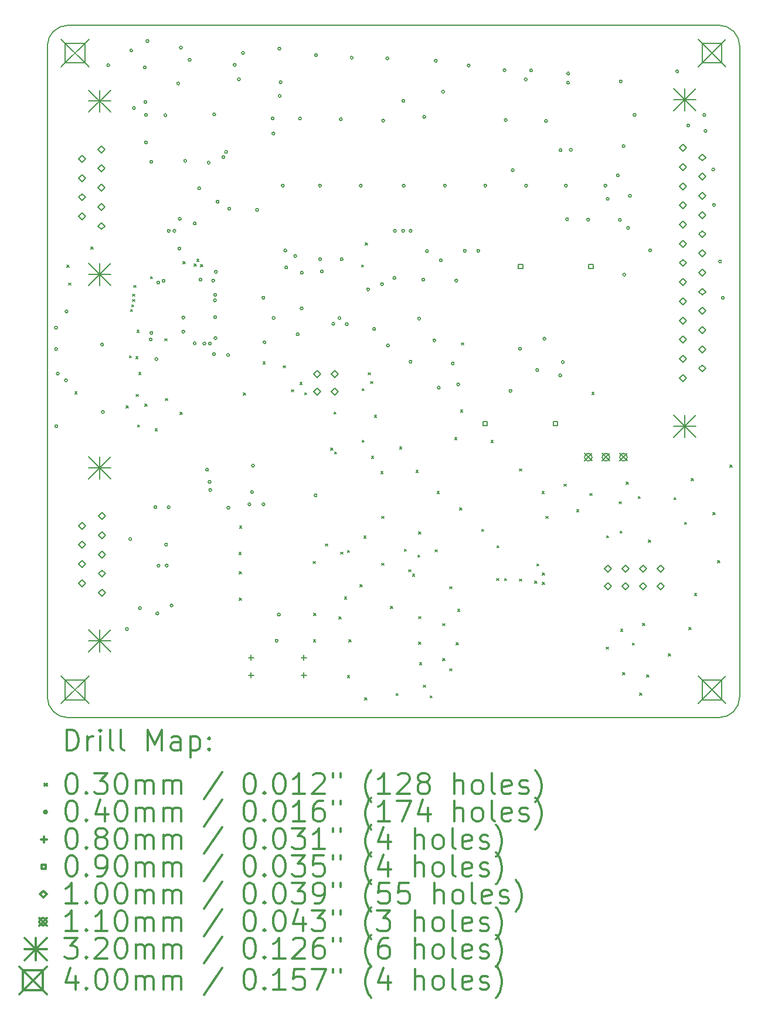
<source format=gbr>
%FSLAX45Y45*%
G04 Gerber Fmt 4.5, Leading zero omitted, Abs format (unit mm)*
G04 Created by KiCad (PCBNEW (5.1.0)-1) date 2019-05-16 09:59:26*
%MOMM*%
%LPD*%
G04 APERTURE LIST*
%ADD10C,0.150000*%
%ADD11C,0.200000*%
%ADD12C,0.300000*%
G04 APERTURE END LIST*
D10*
X6400000Y-18300000D02*
G75*
G02X6100000Y-18000000I0J300000D01*
G01*
X6100000Y-8600000D02*
X6100000Y-18000000D01*
X15800000Y-18300000D02*
X6400000Y-18300000D01*
X16100000Y-18000000D02*
G75*
G02X15800000Y-18300000I-300000J0D01*
G01*
X16100000Y-8600000D02*
X16100000Y-18000000D01*
X15800000Y-8300000D02*
G75*
G02X16100000Y-8600000I0J-300000D01*
G01*
X6100000Y-8600000D02*
G75*
G02X6400000Y-8300000I300000J0D01*
G01*
D11*
X6400000Y-8300000D02*
X15800000Y-8300000D01*
D11*
X6381990Y-11766282D02*
X6411990Y-11796282D01*
X6411990Y-11766282D02*
X6381990Y-11796282D01*
X6408914Y-12024854D02*
X6438914Y-12054854D01*
X6438914Y-12024854D02*
X6408914Y-12054854D01*
X6499084Y-13595590D02*
X6529084Y-13625590D01*
X6529084Y-13595590D02*
X6499084Y-13625590D01*
X6732002Y-11502376D02*
X6762002Y-11532376D01*
X6762002Y-11502376D02*
X6732002Y-11532376D01*
X7238478Y-13797266D02*
X7268478Y-13827266D01*
X7268478Y-13797266D02*
X7238478Y-13827266D01*
X7287422Y-13071731D02*
X7317422Y-13101731D01*
X7317422Y-13071731D02*
X7287422Y-13101731D01*
X7303057Y-12405474D02*
X7333057Y-12435474D01*
X7333057Y-12405474D02*
X7303057Y-12435474D01*
X7318886Y-12337286D02*
X7348886Y-12367286D01*
X7348886Y-12337286D02*
X7318886Y-12367286D01*
X7330680Y-12182080D02*
X7360680Y-12212080D01*
X7360680Y-12182080D02*
X7330680Y-12212080D01*
X7332428Y-12261612D02*
X7362428Y-12291612D01*
X7362428Y-12261612D02*
X7332428Y-12291612D01*
X7348460Y-12055080D02*
X7378460Y-12085080D01*
X7378460Y-12055080D02*
X7348460Y-12085080D01*
X7378915Y-13084712D02*
X7408915Y-13114712D01*
X7408915Y-13084712D02*
X7378915Y-13114712D01*
X7384020Y-13630134D02*
X7414020Y-13660134D01*
X7414020Y-13630134D02*
X7384020Y-13660134D01*
X7393869Y-12706620D02*
X7423869Y-12736620D01*
X7423869Y-12706620D02*
X7393869Y-12736620D01*
X7405356Y-14072094D02*
X7435356Y-14102094D01*
X7435356Y-14072094D02*
X7405356Y-14102094D01*
X7421612Y-13312380D02*
X7451612Y-13342380D01*
X7451612Y-13312380D02*
X7421612Y-13342380D01*
X7507718Y-13770342D02*
X7537718Y-13800342D01*
X7537718Y-13770342D02*
X7507718Y-13800342D01*
X7588998Y-11928080D02*
X7618998Y-11958080D01*
X7618998Y-11928080D02*
X7588998Y-11958080D01*
X7658594Y-14125942D02*
X7688594Y-14155942D01*
X7688594Y-14125942D02*
X7658594Y-14155942D01*
X7798040Y-12827240D02*
X7828040Y-12857240D01*
X7828040Y-12827240D02*
X7798040Y-12857240D01*
X7804898Y-13690332D02*
X7834898Y-13720332D01*
X7834898Y-13690332D02*
X7804898Y-13720332D01*
X8019528Y-13888960D02*
X8049528Y-13918960D01*
X8049528Y-13888960D02*
X8019528Y-13918960D01*
X8060779Y-11716081D02*
X8090779Y-11746081D01*
X8090779Y-11716081D02*
X8060779Y-11746081D01*
X8222220Y-11747740D02*
X8252220Y-11777740D01*
X8252220Y-11747740D02*
X8222220Y-11777740D01*
X8260302Y-11681700D02*
X8290302Y-11711700D01*
X8290302Y-11681700D02*
X8260302Y-11711700D01*
X8313660Y-11755360D02*
X8343660Y-11785360D01*
X8343660Y-11755360D02*
X8313660Y-11785360D01*
X8869920Y-15913340D02*
X8899920Y-15943340D01*
X8899920Y-15913340D02*
X8869920Y-15943340D01*
X8875000Y-16192740D02*
X8905000Y-16222740D01*
X8905000Y-16192740D02*
X8875000Y-16222740D01*
X8875000Y-16573740D02*
X8905000Y-16603740D01*
X8905000Y-16573740D02*
X8875000Y-16603740D01*
X8877540Y-15532340D02*
X8907540Y-15562340D01*
X8907540Y-15532340D02*
X8877540Y-15562340D01*
X8930118Y-13608798D02*
X8960118Y-13638798D01*
X8960118Y-13608798D02*
X8930118Y-13638798D01*
X9215614Y-13161504D02*
X9245614Y-13191504D01*
X9245614Y-13161504D02*
X9215614Y-13191504D01*
X9506444Y-13215352D02*
X9536444Y-13245352D01*
X9536444Y-13215352D02*
X9506444Y-13245352D01*
X9625062Y-13565618D02*
X9655062Y-13595618D01*
X9655062Y-13565618D02*
X9625062Y-13595618D01*
X9749522Y-13458938D02*
X9779522Y-13488938D01*
X9779522Y-13458938D02*
X9749522Y-13488938D01*
X9818356Y-13605496D02*
X9848356Y-13635496D01*
X9848356Y-13605496D02*
X9818356Y-13635496D01*
X9941292Y-16046436D02*
X9971292Y-16076436D01*
X9971292Y-16046436D02*
X9941292Y-16076436D01*
X9944340Y-17173180D02*
X9974340Y-17203180D01*
X9974340Y-17173180D02*
X9944340Y-17203180D01*
X9946880Y-16792180D02*
X9976880Y-16822180D01*
X9976880Y-16792180D02*
X9946880Y-16822180D01*
X10119346Y-15791674D02*
X10149346Y-15821674D01*
X10149346Y-15791674D02*
X10119346Y-15821674D01*
X10193392Y-14406480D02*
X10223392Y-14436480D01*
X10223392Y-14406480D02*
X10193392Y-14436480D01*
X10240394Y-13884004D02*
X10270394Y-13914004D01*
X10270394Y-13884004D02*
X10240394Y-13914004D01*
X10247621Y-14460709D02*
X10277621Y-14490709D01*
X10277621Y-14460709D02*
X10247621Y-14490709D01*
X10313656Y-16843488D02*
X10343656Y-16873488D01*
X10343656Y-16843488D02*
X10313656Y-16873488D01*
X10336262Y-15909530D02*
X10366262Y-15939530D01*
X10366262Y-15909530D02*
X10336262Y-15939530D01*
X10390895Y-16556722D02*
X10420895Y-16586722D01*
X10420895Y-16556722D02*
X10390895Y-16586722D01*
X10434052Y-15882098D02*
X10464052Y-15912098D01*
X10464052Y-15882098D02*
X10434052Y-15912098D01*
X10434052Y-17693118D02*
X10464052Y-17723118D01*
X10464052Y-17693118D02*
X10434052Y-17723118D01*
X10455896Y-17172926D02*
X10485896Y-17202926D01*
X10485896Y-17172926D02*
X10455896Y-17202926D01*
X10614900Y-16380700D02*
X10644900Y-16410700D01*
X10644900Y-16380700D02*
X10614900Y-16410700D01*
X10637760Y-11760948D02*
X10667760Y-11790948D01*
X10667760Y-11760948D02*
X10637760Y-11790948D01*
X10645958Y-13547995D02*
X10675958Y-13577995D01*
X10675958Y-13547995D02*
X10645958Y-13577995D01*
X10648428Y-14292820D02*
X10678428Y-14322820D01*
X10678428Y-14292820D02*
X10648428Y-14322820D01*
X10670780Y-15674580D02*
X10700780Y-15704580D01*
X10700780Y-15674580D02*
X10670780Y-15704580D01*
X10686274Y-18015444D02*
X10716274Y-18045444D01*
X10716274Y-18015444D02*
X10686274Y-18045444D01*
X10691608Y-11443194D02*
X10721608Y-11473194D01*
X10721608Y-11443194D02*
X10691608Y-11473194D01*
X10735804Y-13320000D02*
X10765804Y-13350000D01*
X10765804Y-13320000D02*
X10735804Y-13350000D01*
X10769332Y-13444714D02*
X10799332Y-13474714D01*
X10799332Y-13444714D02*
X10769332Y-13474714D01*
X10783302Y-14524468D02*
X10813302Y-14554468D01*
X10813302Y-14524468D02*
X10783302Y-14554468D01*
X10822667Y-13933472D02*
X10852667Y-13963472D01*
X10852667Y-13933472D02*
X10822667Y-13963472D01*
X10917922Y-14745448D02*
X10947922Y-14775448D01*
X10947922Y-14745448D02*
X10917922Y-14775448D01*
X10928590Y-15391878D02*
X10958590Y-15421878D01*
X10958590Y-15391878D02*
X10928590Y-15421878D01*
X10928590Y-16070566D02*
X10958590Y-16100566D01*
X10958590Y-16070566D02*
X10928590Y-16100566D01*
X11055844Y-16690326D02*
X11085844Y-16720326D01*
X11085844Y-16690326D02*
X11055844Y-16720326D01*
X11138648Y-17950674D02*
X11168648Y-17980674D01*
X11168648Y-17950674D02*
X11138648Y-17980674D01*
X11187162Y-14391626D02*
X11217162Y-14421626D01*
X11217162Y-14391626D02*
X11187162Y-14421626D01*
X11257266Y-15865842D02*
X11287266Y-15895842D01*
X11287266Y-15865842D02*
X11257266Y-15895842D01*
X11322036Y-16162260D02*
X11352036Y-16192260D01*
X11352036Y-16162260D02*
X11322036Y-16192260D01*
X11375884Y-16226776D02*
X11405884Y-16256776D01*
X11405884Y-16226776D02*
X11375884Y-16256776D01*
X11424398Y-14729192D02*
X11454398Y-14759192D01*
X11454398Y-14729192D02*
X11424398Y-14759192D01*
X11451322Y-15952202D02*
X11481322Y-15982202D01*
X11481322Y-15952202D02*
X11451322Y-15982202D01*
X11461990Y-15618192D02*
X11491990Y-15648192D01*
X11491990Y-15618192D02*
X11461990Y-15648192D01*
X11461990Y-16840948D02*
X11491990Y-16870948D01*
X11491990Y-16840948D02*
X11461990Y-16870948D01*
X11461990Y-17207216D02*
X11491990Y-17237216D01*
X11491990Y-17207216D02*
X11461990Y-17237216D01*
X11478246Y-17503634D02*
X11508246Y-17533634D01*
X11508246Y-17503634D02*
X11478246Y-17533634D01*
X11532094Y-17832310D02*
X11562094Y-17862310D01*
X11562094Y-17832310D02*
X11532094Y-17862310D01*
X11628868Y-17983186D02*
X11658868Y-18013186D01*
X11658868Y-17983186D02*
X11628868Y-18013186D01*
X11698972Y-15876764D02*
X11728972Y-15906764D01*
X11728972Y-15876764D02*
X11698972Y-15906764D01*
X11731230Y-15030944D02*
X11761230Y-15060944D01*
X11761230Y-15030944D02*
X11731230Y-15060944D01*
X11812256Y-16943310D02*
X11842256Y-16973310D01*
X11842256Y-16943310D02*
X11812256Y-16973310D01*
X11812256Y-17444452D02*
X11842256Y-17474452D01*
X11842256Y-17444452D02*
X11812256Y-17474452D01*
X11914618Y-16409910D02*
X11944618Y-16439910D01*
X11944618Y-16409910D02*
X11914618Y-16439910D01*
X11914618Y-17595328D02*
X11944618Y-17625328D01*
X11944618Y-17595328D02*
X11914618Y-17625328D01*
X11984352Y-14255598D02*
X12014352Y-14285598D01*
X12014352Y-14255598D02*
X11984352Y-14285598D01*
X12006058Y-17218138D02*
X12036058Y-17248138D01*
X12036058Y-17218138D02*
X12006058Y-17248138D01*
X12027648Y-16733252D02*
X12057648Y-16763252D01*
X12057648Y-16733252D02*
X12027648Y-16763252D01*
X12054572Y-15267926D02*
X12084572Y-15297926D01*
X12084572Y-15267926D02*
X12054572Y-15297926D01*
X12069531Y-13857745D02*
X12099531Y-13887745D01*
X12099531Y-13857745D02*
X12069531Y-13887745D01*
X12081496Y-12886930D02*
X12111496Y-12916930D01*
X12111496Y-12886930D02*
X12081496Y-12916930D01*
X12372326Y-15580346D02*
X12402326Y-15610346D01*
X12402326Y-15580346D02*
X12372326Y-15610346D01*
X12508570Y-14296784D02*
X12538570Y-14326784D01*
X12538570Y-14296784D02*
X12508570Y-14326784D01*
X12591020Y-16289260D02*
X12621020Y-16319260D01*
X12621020Y-16289260D02*
X12591020Y-16319260D01*
X12593306Y-15817328D02*
X12623306Y-15847328D01*
X12623306Y-15817328D02*
X12593306Y-15847328D01*
X12702780Y-16289260D02*
X12732780Y-16319260D01*
X12732780Y-16289260D02*
X12702780Y-16319260D01*
X12918018Y-14706232D02*
X12948018Y-14736232D01*
X12948018Y-14706232D02*
X12918018Y-14736232D01*
X12921220Y-16299420D02*
X12951220Y-16329420D01*
X12951220Y-16299420D02*
X12921220Y-16329420D01*
X13142200Y-16329900D02*
X13172200Y-16359900D01*
X13172200Y-16329900D02*
X13142200Y-16359900D01*
X13170140Y-16078440D02*
X13200140Y-16108440D01*
X13200140Y-16078440D02*
X13170140Y-16108440D01*
X13246567Y-15034781D02*
X13276567Y-15064781D01*
X13276567Y-15034781D02*
X13246567Y-15064781D01*
X13251420Y-16207980D02*
X13281420Y-16237980D01*
X13281420Y-16207980D02*
X13251420Y-16237980D01*
X13251420Y-16345140D02*
X13281420Y-16375140D01*
X13281420Y-16345140D02*
X13251420Y-16375140D01*
X13300449Y-15393950D02*
X13330449Y-15423950D01*
X13330449Y-15393950D02*
X13300449Y-15423950D01*
X13563078Y-14928582D02*
X13593078Y-14958582D01*
X13593078Y-14928582D02*
X13563078Y-14958582D01*
X13746212Y-15294850D02*
X13776212Y-15324850D01*
X13776212Y-15294850D02*
X13746212Y-15324850D01*
X13934680Y-15063202D02*
X13964680Y-15093202D01*
X13964680Y-15063202D02*
X13934680Y-15093202D01*
X13966938Y-13603210D02*
X13996938Y-13633210D01*
X13996938Y-13603210D02*
X13966938Y-13633210D01*
X14171662Y-17282654D02*
X14201662Y-17312654D01*
X14201662Y-17282654D02*
X14171662Y-17312654D01*
X14175726Y-15673056D02*
X14205726Y-15703056D01*
X14205726Y-15673056D02*
X14175726Y-15703056D01*
X14360384Y-15181820D02*
X14390384Y-15211820D01*
X14390384Y-15181820D02*
X14360384Y-15211820D01*
X14371306Y-15604730D02*
X14401306Y-15634730D01*
X14401306Y-15604730D02*
X14371306Y-15634730D01*
X14381720Y-17024082D02*
X14411720Y-17054082D01*
X14411720Y-17024082D02*
X14381720Y-17054082D01*
X14408644Y-17649176D02*
X14438644Y-17679176D01*
X14438644Y-17649176D02*
X14408644Y-17679176D01*
X14462746Y-14896324D02*
X14492746Y-14926324D01*
X14492746Y-14896324D02*
X14462746Y-14926324D01*
X14548852Y-17223472D02*
X14578852Y-17253472D01*
X14578852Y-17223472D02*
X14548852Y-17253472D01*
X14634958Y-15106382D02*
X14664958Y-15136382D01*
X14664958Y-15106382D02*
X14634958Y-15136382D01*
X14656548Y-17945340D02*
X14686548Y-17975340D01*
X14686548Y-17945340D02*
X14656548Y-17975340D01*
X14699728Y-16937976D02*
X14729728Y-16967976D01*
X14729728Y-16937976D02*
X14699728Y-16967976D01*
X14758910Y-17681434D02*
X14788910Y-17711434D01*
X14788910Y-17681434D02*
X14758910Y-17711434D01*
X14781516Y-15737572D02*
X14811516Y-15767572D01*
X14811516Y-15737572D02*
X14781516Y-15767572D01*
X15071330Y-17379682D02*
X15101330Y-17409682D01*
X15101330Y-17379682D02*
X15071330Y-17409682D01*
X15152102Y-15122384D02*
X15182102Y-15152384D01*
X15182102Y-15122384D02*
X15152102Y-15152384D01*
X15302978Y-15477984D02*
X15332978Y-15507984D01*
X15332978Y-15477984D02*
X15302978Y-15507984D01*
X15367748Y-16997158D02*
X15397748Y-17027158D01*
X15397748Y-16997158D02*
X15367748Y-17027158D01*
X15400006Y-14847810D02*
X15430006Y-14877810D01*
X15430006Y-14847810D02*
X15400006Y-14877810D01*
X15448520Y-16506938D02*
X15478520Y-16536938D01*
X15478520Y-16506938D02*
X15448520Y-16536938D01*
X15712426Y-15338030D02*
X15742426Y-15368030D01*
X15742426Y-15338030D02*
X15712426Y-15368030D01*
X15782530Y-16032974D02*
X15812530Y-16062974D01*
X15812530Y-16032974D02*
X15782530Y-16062974D01*
X15960330Y-14653754D02*
X15990330Y-14683754D01*
X15990330Y-14653754D02*
X15960330Y-14683754D01*
X6245540Y-12669520D02*
G75*
G03X6245540Y-12669520I-20000J0D01*
G01*
X6245540Y-12976860D02*
G75*
G03X6245540Y-12976860I-20000J0D01*
G01*
X6248080Y-14091920D02*
G75*
G03X6248080Y-14091920I-20000J0D01*
G01*
X6270940Y-13332460D02*
G75*
G03X6270940Y-13332460I-20000J0D01*
G01*
X6389020Y-13428180D02*
G75*
G03X6389020Y-13428180I-20000J0D01*
G01*
X6397150Y-12435470D02*
G75*
G03X6397150Y-12435470I-20000J0D01*
G01*
X6911500Y-12911720D02*
G75*
G03X6911500Y-12911720I-20000J0D01*
G01*
X6922420Y-13885380D02*
G75*
G03X6922420Y-13885380I-20000J0D01*
G01*
X6999920Y-8877300D02*
G75*
G03X6999920Y-8877300I-20000J0D01*
G01*
X7269160Y-17020540D02*
G75*
G03X7269160Y-17020540I-20000J0D01*
G01*
X7317420Y-15720060D02*
G75*
G03X7317420Y-15720060I-20000J0D01*
G01*
X7332660Y-8666480D02*
G75*
G03X7332660Y-8666480I-20000J0D01*
G01*
X7370760Y-9497060D02*
G75*
G03X7370760Y-9497060I-20000J0D01*
G01*
X7457120Y-16718280D02*
G75*
G03X7457120Y-16718280I-20000J0D01*
G01*
X7528240Y-8910320D02*
G75*
G03X7528240Y-8910320I-20000J0D01*
G01*
X7535860Y-9408160D02*
G75*
G03X7535860Y-9408160I-20000J0D01*
G01*
X7543480Y-9992360D02*
G75*
G03X7543480Y-9992360I-20000J0D01*
G01*
X7546020Y-9593580D02*
G75*
G03X7546020Y-9593580I-20000J0D01*
G01*
X7566340Y-8529320D02*
G75*
G03X7566340Y-8529320I-20000J0D01*
G01*
X7613280Y-12838180D02*
G75*
G03X7613280Y-12838180I-20000J0D01*
G01*
X7622220Y-10271760D02*
G75*
G03X7622220Y-10271760I-20000J0D01*
G01*
X7623280Y-12743180D02*
G75*
G03X7623280Y-12743180I-20000J0D01*
G01*
X7680640Y-15260320D02*
G75*
G03X7680640Y-15260320I-20000J0D01*
G01*
X7694493Y-13121599D02*
G75*
G03X7694493Y-13121599I-20000J0D01*
G01*
X7708580Y-16794480D02*
G75*
G03X7708580Y-16794480I-20000J0D01*
G01*
X7723280Y-12018180D02*
G75*
G03X7723280Y-12018180I-20000J0D01*
G01*
X7725421Y-16104779D02*
G75*
G03X7725421Y-16104779I-20000J0D01*
G01*
X7799176Y-11992881D02*
G75*
G03X7799176Y-11992881I-20000J0D01*
G01*
X7825420Y-9598660D02*
G75*
G03X7825420Y-9598660I-20000J0D01*
G01*
X7835576Y-15801340D02*
G75*
G03X7835576Y-15801340I-20000J0D01*
G01*
X7843200Y-16103600D02*
G75*
G03X7843200Y-16103600I-20000J0D01*
G01*
X7871140Y-15262860D02*
G75*
G03X7871140Y-15262860I-20000J0D01*
G01*
X7873680Y-11269980D02*
G75*
G03X7873680Y-11269980I-20000J0D01*
G01*
X7914320Y-16680180D02*
G75*
G03X7914320Y-16680180I-20000J0D01*
G01*
X7954960Y-11269980D02*
G75*
G03X7954960Y-11269980I-20000J0D01*
G01*
X8009540Y-9143200D02*
G75*
G03X8009540Y-9143200I-20000J0D01*
G01*
X8027605Y-11525505D02*
G75*
G03X8027605Y-11525505I-20000J0D01*
G01*
X8033700Y-11097260D02*
G75*
G03X8033700Y-11097260I-20000J0D01*
G01*
X8048940Y-8623300D02*
G75*
G03X8048940Y-8623300I-20000J0D01*
G01*
X8084500Y-12522200D02*
G75*
G03X8084500Y-12522200I-20000J0D01*
G01*
X8084500Y-12725400D02*
G75*
G03X8084500Y-12725400I-20000J0D01*
G01*
X8112440Y-10259060D02*
G75*
G03X8112440Y-10259060I-20000J0D01*
G01*
X8175940Y-8798560D02*
G75*
G03X8175940Y-8798560I-20000J0D01*
G01*
X8248280Y-12893180D02*
G75*
G03X8248280Y-12893180I-20000J0D01*
G01*
X8249600Y-11163300D02*
G75*
G03X8249600Y-11163300I-20000J0D01*
G01*
X8313100Y-10655300D02*
G75*
G03X8313100Y-10655300I-20000J0D01*
G01*
X8333280Y-11973180D02*
G75*
G03X8333280Y-11973180I-20000J0D01*
G01*
X8388279Y-12898180D02*
G75*
G03X8388279Y-12898180I-20000J0D01*
G01*
X8427400Y-14719300D02*
G75*
G03X8427400Y-14719300I-20000J0D01*
G01*
X8450260Y-10284460D02*
G75*
G03X8450260Y-10284460I-20000J0D01*
G01*
X8464460Y-14895660D02*
G75*
G03X8464460Y-14895660I-20000J0D01*
G01*
X8468280Y-12898180D02*
G75*
G03X8468280Y-12898180I-20000J0D01*
G01*
X8473120Y-15011400D02*
G75*
G03X8473120Y-15011400I-20000J0D01*
G01*
X8516300Y-11988800D02*
G75*
G03X8516300Y-11988800I-20000J0D01*
G01*
X8525781Y-13049098D02*
G75*
G03X8525781Y-13049098I-20000J0D01*
G01*
X8530240Y-9587700D02*
G75*
G03X8530240Y-9587700I-20000J0D01*
G01*
X8540329Y-12274083D02*
G75*
G03X8540329Y-12274083I-20000J0D01*
G01*
X8543280Y-12193180D02*
G75*
G03X8543280Y-12193180I-20000J0D01*
G01*
X8543280Y-12518180D02*
G75*
G03X8543280Y-12518180I-20000J0D01*
G01*
X8548280Y-12818180D02*
G75*
G03X8548280Y-12818180I-20000J0D01*
G01*
X8554400Y-11861800D02*
G75*
G03X8554400Y-11861800I-20000J0D01*
G01*
X8579800Y-10848340D02*
G75*
G03X8579800Y-10848340I-20000J0D01*
G01*
X8663620Y-10203180D02*
G75*
G03X8663620Y-10203180I-20000J0D01*
G01*
X8701720Y-10129520D02*
G75*
G03X8701720Y-10129520I-20000J0D01*
G01*
X8731581Y-13063533D02*
G75*
G03X8731581Y-13063533I-20000J0D01*
G01*
X8734740Y-15267940D02*
G75*
G03X8734740Y-15267940I-20000J0D01*
G01*
X8747440Y-10949940D02*
G75*
G03X8747440Y-10949940I-20000J0D01*
G01*
X8826180Y-8872220D02*
G75*
G03X8826180Y-8872220I-20000J0D01*
G01*
X8887140Y-9080500D02*
G75*
G03X8887140Y-9080500I-20000J0D01*
G01*
X8945560Y-8699500D02*
G75*
G03X8945560Y-8699500I-20000J0D01*
G01*
X9038500Y-15220040D02*
G75*
G03X9038500Y-15220040I-20000J0D01*
G01*
X9076600Y-15042240D02*
G75*
G03X9076600Y-15042240I-20000J0D01*
G01*
X9090340Y-14660880D02*
G75*
G03X9090340Y-14660880I-20000J0D01*
G01*
X9149774Y-10967890D02*
G75*
G03X9149774Y-10967890I-20000J0D01*
G01*
X9240200Y-12236450D02*
G75*
G03X9240200Y-12236450I-20000J0D01*
G01*
X9241699Y-15220040D02*
G75*
G03X9241699Y-15220040I-20000J0D01*
G01*
X9255440Y-12877800D02*
G75*
G03X9255440Y-12877800I-20000J0D01*
G01*
X9373680Y-9646920D02*
G75*
G03X9373680Y-9646920I-20000J0D01*
G01*
X9384980Y-9862820D02*
G75*
G03X9384980Y-9862820I-20000J0D01*
G01*
X9388901Y-12529415D02*
G75*
G03X9388901Y-12529415I-20000J0D01*
G01*
X9431219Y-17188924D02*
G75*
G03X9431219Y-17188924I-20000J0D01*
G01*
X9463720Y-16812260D02*
G75*
G03X9463720Y-16812260I-20000J0D01*
G01*
X9471340Y-8638540D02*
G75*
G03X9471340Y-8638540I-20000J0D01*
G01*
X9476420Y-9319260D02*
G75*
G03X9476420Y-9319260I-20000J0D01*
G01*
X9489120Y-9123680D02*
G75*
G03X9489120Y-9123680I-20000J0D01*
G01*
X9519600Y-10617200D02*
G75*
G03X9519600Y-10617200I-20000J0D01*
G01*
X9557700Y-11554460D02*
G75*
G03X9557700Y-11554460I-20000J0D01*
G01*
X9570400Y-11798300D02*
G75*
G03X9570400Y-11798300I-20000J0D01*
G01*
X9699940Y-11633200D02*
G75*
G03X9699940Y-11633200I-20000J0D01*
G01*
X9735500Y-12763500D02*
G75*
G03X9735500Y-12763500I-20000J0D01*
G01*
X9768520Y-9646920D02*
G75*
G03X9768520Y-9646920I-20000J0D01*
G01*
X9792650Y-12388850D02*
G75*
G03X9792650Y-12388850I-20000J0D01*
G01*
X9794988Y-11874500D02*
G75*
G03X9794988Y-11874500I-20000J0D01*
G01*
X9994580Y-15090140D02*
G75*
G03X9994580Y-15090140I-20000J0D01*
G01*
X9999660Y-8729980D02*
G75*
G03X9999660Y-8729980I-20000J0D01*
G01*
X10058080Y-10617200D02*
G75*
G03X10058080Y-10617200I-20000J0D01*
G01*
X10058080Y-11678920D02*
G75*
G03X10058080Y-11678920I-20000J0D01*
G01*
X10084750Y-11855450D02*
G75*
G03X10084750Y-11855450I-20000J0D01*
G01*
X10249928Y-12613203D02*
G75*
G03X10249928Y-12613203I-20000J0D01*
G01*
X10339216Y-12529016D02*
G75*
G03X10339216Y-12529016I-20000J0D01*
G01*
X10357800Y-9657080D02*
G75*
G03X10357800Y-9657080I-20000J0D01*
G01*
X10370500Y-11678920D02*
G75*
G03X10370500Y-11678920I-20000J0D01*
G01*
X10445198Y-12618724D02*
G75*
G03X10445198Y-12618724I-20000J0D01*
G01*
X10515280Y-8770620D02*
G75*
G03X10515280Y-8770620I-20000J0D01*
G01*
X10647360Y-10617200D02*
G75*
G03X10647360Y-10617200I-20000J0D01*
G01*
X10752322Y-12115910D02*
G75*
G03X10752322Y-12115910I-20000J0D01*
G01*
X10840400Y-12687300D02*
G75*
G03X10840400Y-12687300I-20000J0D01*
G01*
X10954700Y-12039599D02*
G75*
G03X10954700Y-12039599I-20000J0D01*
G01*
X10969940Y-9677400D02*
G75*
G03X10969940Y-9677400I-20000J0D01*
G01*
X11030900Y-8778240D02*
G75*
G03X11030900Y-8778240I-20000J0D01*
G01*
X11038520Y-12926060D02*
G75*
G03X11038520Y-12926060I-20000J0D01*
G01*
X11132500Y-11950700D02*
G75*
G03X11132500Y-11950700I-20000J0D01*
G01*
X11140120Y-11269980D02*
G75*
G03X11140120Y-11269980I-20000J0D01*
G01*
X11259500Y-11269980D02*
G75*
G03X11259500Y-11269980I-20000J0D01*
G01*
X11262040Y-9390380D02*
G75*
G03X11262040Y-9390380I-20000J0D01*
G01*
X11267120Y-10617200D02*
G75*
G03X11267120Y-10617200I-20000J0D01*
G01*
X11366180Y-11269980D02*
G75*
G03X11366180Y-11269980I-20000J0D01*
G01*
X11366180Y-13159740D02*
G75*
G03X11366180Y-13159740I-20000J0D01*
G01*
X11490022Y-12537499D02*
G75*
G03X11490022Y-12537499I-20000J0D01*
G01*
X11549060Y-11973560D02*
G75*
G03X11549060Y-11973560I-20000J0D01*
G01*
X11564800Y-9624100D02*
G75*
G03X11564800Y-9624100I-20000J0D01*
G01*
X11602400Y-11562080D02*
G75*
G03X11602400Y-11562080I-20000J0D01*
G01*
X11709080Y-12852400D02*
G75*
G03X11709080Y-12852400I-20000J0D01*
G01*
X11729400Y-8813800D02*
G75*
G03X11729400Y-8813800I-20000J0D01*
G01*
X11773548Y-13534692D02*
G75*
G03X11773548Y-13534692I-20000J0D01*
G01*
X11802998Y-11695701D02*
G75*
G03X11802998Y-11695701I-20000J0D01*
G01*
X11836080Y-9260840D02*
G75*
G03X11836080Y-9260840I-20000J0D01*
G01*
X11861480Y-10617200D02*
G75*
G03X11861480Y-10617200I-20000J0D01*
G01*
X11975780Y-13185140D02*
G75*
G03X11975780Y-13185140I-20000J0D01*
G01*
X12026580Y-11988800D02*
G75*
G03X12026580Y-11988800I-20000J0D01*
G01*
X12054520Y-13487400D02*
G75*
G03X12054520Y-13487400I-20000J0D01*
G01*
X12148943Y-11557999D02*
G75*
G03X12148943Y-11557999I-20000J0D01*
G01*
X12204380Y-8882380D02*
G75*
G03X12204380Y-8882380I-20000J0D01*
G01*
X12344080Y-11557999D02*
G75*
G03X12344080Y-11557999I-20000J0D01*
G01*
X12445680Y-10617200D02*
G75*
G03X12445680Y-10617200I-20000J0D01*
G01*
X12722540Y-8948420D02*
G75*
G03X12722540Y-8948420I-20000J0D01*
G01*
X12740320Y-9669780D02*
G75*
G03X12740320Y-9669780I-20000J0D01*
G01*
X12808900Y-13581380D02*
G75*
G03X12808900Y-13581380I-20000J0D01*
G01*
X12841920Y-10393680D02*
G75*
G03X12841920Y-10393680I-20000J0D01*
G01*
X12946060Y-12971780D02*
G75*
G03X12946060Y-12971780I-20000J0D01*
G01*
X13029880Y-9083040D02*
G75*
G03X13029880Y-9083040I-20000J0D01*
G01*
X13034960Y-10617200D02*
G75*
G03X13034960Y-10617200I-20000J0D01*
G01*
X13106080Y-8953500D02*
G75*
G03X13106080Y-8953500I-20000J0D01*
G01*
X13194980Y-13279120D02*
G75*
G03X13194980Y-13279120I-20000J0D01*
G01*
X13299120Y-12827000D02*
G75*
G03X13299120Y-12827000I-20000J0D01*
G01*
X13321980Y-9682480D02*
G75*
G03X13321980Y-9682480I-20000J0D01*
G01*
X13527720Y-13357860D02*
G75*
G03X13527720Y-13357860I-20000J0D01*
G01*
X13532800Y-10104120D02*
G75*
G03X13532800Y-10104120I-20000J0D01*
G01*
X13565820Y-13164820D02*
G75*
G03X13565820Y-13164820I-20000J0D01*
G01*
X13609000Y-10617200D02*
G75*
G03X13609000Y-10617200I-20000J0D01*
G01*
X13626780Y-11102340D02*
G75*
G03X13626780Y-11102340I-20000J0D01*
G01*
X13639480Y-9131300D02*
G75*
G03X13639480Y-9131300I-20000J0D01*
G01*
X13642020Y-8996680D02*
G75*
G03X13642020Y-8996680I-20000J0D01*
G01*
X13680120Y-10099040D02*
G75*
G03X13680120Y-10099040I-20000J0D01*
G01*
X13931580Y-11107420D02*
G75*
G03X13931580Y-11107420I-20000J0D01*
G01*
X14180500Y-10617200D02*
G75*
G03X14180500Y-10617200I-20000J0D01*
G01*
X14213520Y-10807700D02*
G75*
G03X14213520Y-10807700I-20000J0D01*
G01*
X14360840Y-10469880D02*
G75*
G03X14360840Y-10469880I-20000J0D01*
G01*
X14388780Y-11112500D02*
G75*
G03X14388780Y-11112500I-20000J0D01*
G01*
X14401480Y-9110980D02*
G75*
G03X14401480Y-9110980I-20000J0D01*
G01*
X14442120Y-10045700D02*
G75*
G03X14442120Y-10045700I-20000J0D01*
G01*
X14452280Y-11902440D02*
G75*
G03X14452280Y-11902440I-20000J0D01*
G01*
X14508160Y-11226800D02*
G75*
G03X14508160Y-11226800I-20000J0D01*
G01*
X14533560Y-10764520D02*
G75*
G03X14533560Y-10764520I-20000J0D01*
G01*
X14602140Y-9596120D02*
G75*
G03X14602140Y-9596120I-20000J0D01*
G01*
X14825660Y-11549380D02*
G75*
G03X14825660Y-11549380I-20000J0D01*
G01*
X15216820Y-8966200D02*
G75*
G03X15216820Y-8966200I-20000J0D01*
G01*
X15376840Y-9748520D02*
G75*
G03X15376840Y-9748520I-20000J0D01*
G01*
X15607980Y-9596120D02*
G75*
G03X15607980Y-9596120I-20000J0D01*
G01*
X15625760Y-9827260D02*
G75*
G03X15625760Y-9827260I-20000J0D01*
G01*
X15737520Y-10383520D02*
G75*
G03X15737520Y-10383520I-20000J0D01*
G01*
X15747680Y-10896600D02*
G75*
G03X15747680Y-10896600I-20000J0D01*
G01*
X15836580Y-11711940D02*
G75*
G03X15836580Y-11711940I-20000J0D01*
G01*
X15874680Y-12237720D02*
G75*
G03X15874680Y-12237720I-20000J0D01*
G01*
X9042980Y-17392820D02*
X9042980Y-17472820D01*
X9002980Y-17432820D02*
X9082980Y-17432820D01*
X9042980Y-17646820D02*
X9042980Y-17726820D01*
X9002980Y-17686820D02*
X9082980Y-17686820D01*
X9804980Y-17392820D02*
X9804980Y-17472820D01*
X9764980Y-17432820D02*
X9844980Y-17432820D01*
X9804980Y-17646820D02*
X9804980Y-17726820D01*
X9764980Y-17686820D02*
X9844980Y-17686820D01*
X12968040Y-11817420D02*
X12968040Y-11753780D01*
X12904400Y-11753780D01*
X12904400Y-11817420D01*
X12968040Y-11817420D01*
X13984040Y-11817420D02*
X13984040Y-11753780D01*
X13920400Y-11753780D01*
X13920400Y-11817420D01*
X13984040Y-11817420D01*
X12454960Y-14083100D02*
X12454960Y-14019460D01*
X12391320Y-14019460D01*
X12391320Y-14083100D01*
X12454960Y-14083100D01*
X13470960Y-14083100D02*
X13470960Y-14019460D01*
X13407320Y-14019460D01*
X13407320Y-14083100D01*
X13470960Y-14083100D01*
X15278100Y-10121100D02*
X15328100Y-10071100D01*
X15278100Y-10021100D01*
X15228100Y-10071100D01*
X15278100Y-10121100D01*
X15278100Y-10398100D02*
X15328100Y-10348100D01*
X15278100Y-10298100D01*
X15228100Y-10348100D01*
X15278100Y-10398100D01*
X15278100Y-10675100D02*
X15328100Y-10625100D01*
X15278100Y-10575100D01*
X15228100Y-10625100D01*
X15278100Y-10675100D01*
X15278100Y-10952100D02*
X15328100Y-10902100D01*
X15278100Y-10852100D01*
X15228100Y-10902100D01*
X15278100Y-10952100D01*
X15278100Y-11229100D02*
X15328100Y-11179100D01*
X15278100Y-11129100D01*
X15228100Y-11179100D01*
X15278100Y-11229100D01*
X15278100Y-11506100D02*
X15328100Y-11456100D01*
X15278100Y-11406100D01*
X15228100Y-11456100D01*
X15278100Y-11506100D01*
X15278100Y-11783100D02*
X15328100Y-11733100D01*
X15278100Y-11683100D01*
X15228100Y-11733100D01*
X15278100Y-11783100D01*
X15278100Y-12060100D02*
X15328100Y-12010100D01*
X15278100Y-11960100D01*
X15228100Y-12010100D01*
X15278100Y-12060100D01*
X15278100Y-12337100D02*
X15328100Y-12287100D01*
X15278100Y-12237100D01*
X15228100Y-12287100D01*
X15278100Y-12337100D01*
X15278100Y-12614100D02*
X15328100Y-12564100D01*
X15278100Y-12514100D01*
X15228100Y-12564100D01*
X15278100Y-12614100D01*
X15278100Y-12891100D02*
X15328100Y-12841100D01*
X15278100Y-12791100D01*
X15228100Y-12841100D01*
X15278100Y-12891100D01*
X15278100Y-13168100D02*
X15328100Y-13118100D01*
X15278100Y-13068100D01*
X15228100Y-13118100D01*
X15278100Y-13168100D01*
X15278100Y-13445100D02*
X15328100Y-13395100D01*
X15278100Y-13345100D01*
X15228100Y-13395100D01*
X15278100Y-13445100D01*
X15562100Y-10259600D02*
X15612100Y-10209600D01*
X15562100Y-10159600D01*
X15512100Y-10209600D01*
X15562100Y-10259600D01*
X15562100Y-10536600D02*
X15612100Y-10486600D01*
X15562100Y-10436600D01*
X15512100Y-10486600D01*
X15562100Y-10536600D01*
X15562100Y-10813600D02*
X15612100Y-10763600D01*
X15562100Y-10713600D01*
X15512100Y-10763600D01*
X15562100Y-10813600D01*
X15562100Y-11090600D02*
X15612100Y-11040600D01*
X15562100Y-10990600D01*
X15512100Y-11040600D01*
X15562100Y-11090600D01*
X15562100Y-11367600D02*
X15612100Y-11317600D01*
X15562100Y-11267600D01*
X15512100Y-11317600D01*
X15562100Y-11367600D01*
X15562100Y-11644600D02*
X15612100Y-11594600D01*
X15562100Y-11544600D01*
X15512100Y-11594600D01*
X15562100Y-11644600D01*
X15562100Y-11921600D02*
X15612100Y-11871600D01*
X15562100Y-11821600D01*
X15512100Y-11871600D01*
X15562100Y-11921600D01*
X15562100Y-12198600D02*
X15612100Y-12148600D01*
X15562100Y-12098600D01*
X15512100Y-12148600D01*
X15562100Y-12198600D01*
X15562100Y-12475600D02*
X15612100Y-12425600D01*
X15562100Y-12375600D01*
X15512100Y-12425600D01*
X15562100Y-12475600D01*
X15562100Y-12752600D02*
X15612100Y-12702600D01*
X15562100Y-12652600D01*
X15512100Y-12702600D01*
X15562100Y-12752600D01*
X15562100Y-13029600D02*
X15612100Y-12979600D01*
X15562100Y-12929600D01*
X15512100Y-12979600D01*
X15562100Y-13029600D01*
X15562100Y-13306600D02*
X15612100Y-13256600D01*
X15562100Y-13206600D01*
X15512100Y-13256600D01*
X15562100Y-13306600D01*
X6600000Y-10280500D02*
X6650000Y-10230500D01*
X6600000Y-10180500D01*
X6550000Y-10230500D01*
X6600000Y-10280500D01*
X6600000Y-10557500D02*
X6650000Y-10507500D01*
X6600000Y-10457500D01*
X6550000Y-10507500D01*
X6600000Y-10557500D01*
X6600000Y-10834500D02*
X6650000Y-10784500D01*
X6600000Y-10734500D01*
X6550000Y-10784500D01*
X6600000Y-10834500D01*
X6600000Y-11111500D02*
X6650000Y-11061500D01*
X6600000Y-11011500D01*
X6550000Y-11061500D01*
X6600000Y-11111500D01*
X6884000Y-10142000D02*
X6934000Y-10092000D01*
X6884000Y-10042000D01*
X6834000Y-10092000D01*
X6884000Y-10142000D01*
X6884000Y-10419000D02*
X6934000Y-10369000D01*
X6884000Y-10319000D01*
X6834000Y-10369000D01*
X6884000Y-10419000D01*
X6884000Y-10696000D02*
X6934000Y-10646000D01*
X6884000Y-10596000D01*
X6834000Y-10646000D01*
X6884000Y-10696000D01*
X6884000Y-10973000D02*
X6934000Y-10923000D01*
X6884000Y-10873000D01*
X6834000Y-10923000D01*
X6884000Y-10973000D01*
X6884000Y-11250000D02*
X6934000Y-11200000D01*
X6884000Y-11150000D01*
X6834000Y-11200000D01*
X6884000Y-11250000D01*
X6602700Y-15577400D02*
X6652700Y-15527400D01*
X6602700Y-15477400D01*
X6552700Y-15527400D01*
X6602700Y-15577400D01*
X6602700Y-15854400D02*
X6652700Y-15804400D01*
X6602700Y-15754400D01*
X6552700Y-15804400D01*
X6602700Y-15854400D01*
X6602700Y-16131400D02*
X6652700Y-16081400D01*
X6602700Y-16031400D01*
X6552700Y-16081400D01*
X6602700Y-16131400D01*
X6602700Y-16408400D02*
X6652700Y-16358400D01*
X6602700Y-16308400D01*
X6552700Y-16358400D01*
X6602700Y-16408400D01*
X6886700Y-15438900D02*
X6936700Y-15388900D01*
X6886700Y-15338900D01*
X6836700Y-15388900D01*
X6886700Y-15438900D01*
X6886700Y-15715900D02*
X6936700Y-15665900D01*
X6886700Y-15615900D01*
X6836700Y-15665900D01*
X6886700Y-15715900D01*
X6886700Y-15992900D02*
X6936700Y-15942900D01*
X6886700Y-15892900D01*
X6836700Y-15942900D01*
X6886700Y-15992900D01*
X6886700Y-16269900D02*
X6936700Y-16219900D01*
X6886700Y-16169900D01*
X6836700Y-16219900D01*
X6886700Y-16269900D01*
X6886700Y-16546900D02*
X6936700Y-16496900D01*
X6886700Y-16446900D01*
X6836700Y-16496900D01*
X6886700Y-16546900D01*
X14200000Y-16196000D02*
X14250000Y-16146000D01*
X14200000Y-16096000D01*
X14150000Y-16146000D01*
X14200000Y-16196000D01*
X14200000Y-16450000D02*
X14250000Y-16400000D01*
X14200000Y-16350000D01*
X14150000Y-16400000D01*
X14200000Y-16450000D01*
X14454000Y-16196000D02*
X14504000Y-16146000D01*
X14454000Y-16096000D01*
X14404000Y-16146000D01*
X14454000Y-16196000D01*
X14454000Y-16450000D02*
X14504000Y-16400000D01*
X14454000Y-16350000D01*
X14404000Y-16400000D01*
X14454000Y-16450000D01*
X14708000Y-16196000D02*
X14758000Y-16146000D01*
X14708000Y-16096000D01*
X14658000Y-16146000D01*
X14708000Y-16196000D01*
X14708000Y-16450000D02*
X14758000Y-16400000D01*
X14708000Y-16350000D01*
X14658000Y-16400000D01*
X14708000Y-16450000D01*
X14962000Y-16196000D02*
X15012000Y-16146000D01*
X14962000Y-16096000D01*
X14912000Y-16146000D01*
X14962000Y-16196000D01*
X14962000Y-16450000D02*
X15012000Y-16400000D01*
X14962000Y-16350000D01*
X14912000Y-16400000D01*
X14962000Y-16450000D01*
X9994900Y-13385000D02*
X10044900Y-13335000D01*
X9994900Y-13285000D01*
X9944900Y-13335000D01*
X9994900Y-13385000D01*
X9994900Y-13639000D02*
X10044900Y-13589000D01*
X9994900Y-13539000D01*
X9944900Y-13589000D01*
X9994900Y-13639000D01*
X10248900Y-13385000D02*
X10298900Y-13335000D01*
X10248900Y-13285000D01*
X10198900Y-13335000D01*
X10248900Y-13385000D01*
X10248900Y-13639000D02*
X10298900Y-13589000D01*
X10248900Y-13539000D01*
X10198900Y-13589000D01*
X10248900Y-13639000D01*
X13858300Y-14483880D02*
X13968300Y-14593880D01*
X13968300Y-14483880D02*
X13858300Y-14593880D01*
X13968300Y-14538880D02*
G75*
G03X13968300Y-14538880I-55000J0D01*
G01*
X14112300Y-14483880D02*
X14222300Y-14593880D01*
X14222300Y-14483880D02*
X14112300Y-14593880D01*
X14222300Y-14538880D02*
G75*
G03X14222300Y-14538880I-55000J0D01*
G01*
X14366300Y-14483880D02*
X14476300Y-14593880D01*
X14476300Y-14483880D02*
X14366300Y-14593880D01*
X14476300Y-14538880D02*
G75*
G03X14476300Y-14538880I-55000J0D01*
G01*
X15148100Y-9218100D02*
X15468100Y-9538100D01*
X15468100Y-9218100D02*
X15148100Y-9538100D01*
X15308100Y-9218100D02*
X15308100Y-9538100D01*
X15148100Y-9378100D02*
X15468100Y-9378100D01*
X15148100Y-13928100D02*
X15468100Y-14248100D01*
X15468100Y-13928100D02*
X15148100Y-14248100D01*
X15308100Y-13928100D02*
X15308100Y-14248100D01*
X15148100Y-14088100D02*
X15468100Y-14088100D01*
X6694000Y-9236000D02*
X7014000Y-9556000D01*
X7014000Y-9236000D02*
X6694000Y-9556000D01*
X6854000Y-9236000D02*
X6854000Y-9556000D01*
X6694000Y-9396000D02*
X7014000Y-9396000D01*
X6694000Y-11736000D02*
X7014000Y-12056000D01*
X7014000Y-11736000D02*
X6694000Y-12056000D01*
X6854000Y-11736000D02*
X6854000Y-12056000D01*
X6694000Y-11896000D02*
X7014000Y-11896000D01*
X6696700Y-14532900D02*
X7016700Y-14852900D01*
X7016700Y-14532900D02*
X6696700Y-14852900D01*
X6856700Y-14532900D02*
X6856700Y-14852900D01*
X6696700Y-14692900D02*
X7016700Y-14692900D01*
X6696700Y-17032900D02*
X7016700Y-17352900D01*
X7016700Y-17032900D02*
X6696700Y-17352900D01*
X6856700Y-17032900D02*
X6856700Y-17352900D01*
X6696700Y-17192900D02*
X7016700Y-17192900D01*
X6300000Y-8500000D02*
X6700000Y-8900000D01*
X6700000Y-8500000D02*
X6300000Y-8900000D01*
X6641423Y-8841423D02*
X6641423Y-8558577D01*
X6358577Y-8558577D01*
X6358577Y-8841423D01*
X6641423Y-8841423D01*
X6300000Y-17700000D02*
X6700000Y-18100000D01*
X6700000Y-17700000D02*
X6300000Y-18100000D01*
X6641423Y-18041423D02*
X6641423Y-17758577D01*
X6358577Y-17758577D01*
X6358577Y-18041423D01*
X6641423Y-18041423D01*
X15500000Y-8500000D02*
X15900000Y-8900000D01*
X15900000Y-8500000D02*
X15500000Y-8900000D01*
X15841423Y-8841423D02*
X15841423Y-8558577D01*
X15558577Y-8558577D01*
X15558577Y-8841423D01*
X15841423Y-8841423D01*
X15500000Y-17700000D02*
X15900000Y-18100000D01*
X15900000Y-17700000D02*
X15500000Y-18100000D01*
X15841423Y-18041423D02*
X15841423Y-17758577D01*
X15558577Y-17758577D01*
X15558577Y-18041423D01*
X15841423Y-18041423D01*
D12*
X6378928Y-18773214D02*
X6378928Y-18473214D01*
X6450357Y-18473214D01*
X6493214Y-18487500D01*
X6521786Y-18516072D01*
X6536071Y-18544643D01*
X6550357Y-18601786D01*
X6550357Y-18644643D01*
X6536071Y-18701786D01*
X6521786Y-18730357D01*
X6493214Y-18758929D01*
X6450357Y-18773214D01*
X6378928Y-18773214D01*
X6678928Y-18773214D02*
X6678928Y-18573214D01*
X6678928Y-18630357D02*
X6693214Y-18601786D01*
X6707500Y-18587500D01*
X6736071Y-18573214D01*
X6764643Y-18573214D01*
X6864643Y-18773214D02*
X6864643Y-18573214D01*
X6864643Y-18473214D02*
X6850357Y-18487500D01*
X6864643Y-18501786D01*
X6878928Y-18487500D01*
X6864643Y-18473214D01*
X6864643Y-18501786D01*
X7050357Y-18773214D02*
X7021786Y-18758929D01*
X7007500Y-18730357D01*
X7007500Y-18473214D01*
X7207500Y-18773214D02*
X7178928Y-18758929D01*
X7164643Y-18730357D01*
X7164643Y-18473214D01*
X7550357Y-18773214D02*
X7550357Y-18473214D01*
X7650357Y-18687500D01*
X7750357Y-18473214D01*
X7750357Y-18773214D01*
X8021786Y-18773214D02*
X8021786Y-18616072D01*
X8007500Y-18587500D01*
X7978928Y-18573214D01*
X7921786Y-18573214D01*
X7893214Y-18587500D01*
X8021786Y-18758929D02*
X7993214Y-18773214D01*
X7921786Y-18773214D01*
X7893214Y-18758929D01*
X7878928Y-18730357D01*
X7878928Y-18701786D01*
X7893214Y-18673214D01*
X7921786Y-18658929D01*
X7993214Y-18658929D01*
X8021786Y-18644643D01*
X8164643Y-18573214D02*
X8164643Y-18873214D01*
X8164643Y-18587500D02*
X8193214Y-18573214D01*
X8250357Y-18573214D01*
X8278928Y-18587500D01*
X8293214Y-18601786D01*
X8307500Y-18630357D01*
X8307500Y-18716072D01*
X8293214Y-18744643D01*
X8278928Y-18758929D01*
X8250357Y-18773214D01*
X8193214Y-18773214D01*
X8164643Y-18758929D01*
X8436071Y-18744643D02*
X8450357Y-18758929D01*
X8436071Y-18773214D01*
X8421786Y-18758929D01*
X8436071Y-18744643D01*
X8436071Y-18773214D01*
X8436071Y-18587500D02*
X8450357Y-18601786D01*
X8436071Y-18616072D01*
X8421786Y-18601786D01*
X8436071Y-18587500D01*
X8436071Y-18616072D01*
X6062500Y-19252500D02*
X6092500Y-19282500D01*
X6092500Y-19252500D02*
X6062500Y-19282500D01*
X6436071Y-19103214D02*
X6464643Y-19103214D01*
X6493214Y-19117500D01*
X6507500Y-19131786D01*
X6521786Y-19160357D01*
X6536071Y-19217500D01*
X6536071Y-19288929D01*
X6521786Y-19346072D01*
X6507500Y-19374643D01*
X6493214Y-19388929D01*
X6464643Y-19403214D01*
X6436071Y-19403214D01*
X6407500Y-19388929D01*
X6393214Y-19374643D01*
X6378928Y-19346072D01*
X6364643Y-19288929D01*
X6364643Y-19217500D01*
X6378928Y-19160357D01*
X6393214Y-19131786D01*
X6407500Y-19117500D01*
X6436071Y-19103214D01*
X6664643Y-19374643D02*
X6678928Y-19388929D01*
X6664643Y-19403214D01*
X6650357Y-19388929D01*
X6664643Y-19374643D01*
X6664643Y-19403214D01*
X6778928Y-19103214D02*
X6964643Y-19103214D01*
X6864643Y-19217500D01*
X6907500Y-19217500D01*
X6936071Y-19231786D01*
X6950357Y-19246072D01*
X6964643Y-19274643D01*
X6964643Y-19346072D01*
X6950357Y-19374643D01*
X6936071Y-19388929D01*
X6907500Y-19403214D01*
X6821786Y-19403214D01*
X6793214Y-19388929D01*
X6778928Y-19374643D01*
X7150357Y-19103214D02*
X7178928Y-19103214D01*
X7207500Y-19117500D01*
X7221786Y-19131786D01*
X7236071Y-19160357D01*
X7250357Y-19217500D01*
X7250357Y-19288929D01*
X7236071Y-19346072D01*
X7221786Y-19374643D01*
X7207500Y-19388929D01*
X7178928Y-19403214D01*
X7150357Y-19403214D01*
X7121786Y-19388929D01*
X7107500Y-19374643D01*
X7093214Y-19346072D01*
X7078928Y-19288929D01*
X7078928Y-19217500D01*
X7093214Y-19160357D01*
X7107500Y-19131786D01*
X7121786Y-19117500D01*
X7150357Y-19103214D01*
X7378928Y-19403214D02*
X7378928Y-19203214D01*
X7378928Y-19231786D02*
X7393214Y-19217500D01*
X7421786Y-19203214D01*
X7464643Y-19203214D01*
X7493214Y-19217500D01*
X7507500Y-19246072D01*
X7507500Y-19403214D01*
X7507500Y-19246072D02*
X7521786Y-19217500D01*
X7550357Y-19203214D01*
X7593214Y-19203214D01*
X7621786Y-19217500D01*
X7636071Y-19246072D01*
X7636071Y-19403214D01*
X7778928Y-19403214D02*
X7778928Y-19203214D01*
X7778928Y-19231786D02*
X7793214Y-19217500D01*
X7821786Y-19203214D01*
X7864643Y-19203214D01*
X7893214Y-19217500D01*
X7907500Y-19246072D01*
X7907500Y-19403214D01*
X7907500Y-19246072D02*
X7921786Y-19217500D01*
X7950357Y-19203214D01*
X7993214Y-19203214D01*
X8021786Y-19217500D01*
X8036071Y-19246072D01*
X8036071Y-19403214D01*
X8621786Y-19088929D02*
X8364643Y-19474643D01*
X9007500Y-19103214D02*
X9036071Y-19103214D01*
X9064643Y-19117500D01*
X9078928Y-19131786D01*
X9093214Y-19160357D01*
X9107500Y-19217500D01*
X9107500Y-19288929D01*
X9093214Y-19346072D01*
X9078928Y-19374643D01*
X9064643Y-19388929D01*
X9036071Y-19403214D01*
X9007500Y-19403214D01*
X8978928Y-19388929D01*
X8964643Y-19374643D01*
X8950357Y-19346072D01*
X8936071Y-19288929D01*
X8936071Y-19217500D01*
X8950357Y-19160357D01*
X8964643Y-19131786D01*
X8978928Y-19117500D01*
X9007500Y-19103214D01*
X9236071Y-19374643D02*
X9250357Y-19388929D01*
X9236071Y-19403214D01*
X9221786Y-19388929D01*
X9236071Y-19374643D01*
X9236071Y-19403214D01*
X9436071Y-19103214D02*
X9464643Y-19103214D01*
X9493214Y-19117500D01*
X9507500Y-19131786D01*
X9521786Y-19160357D01*
X9536071Y-19217500D01*
X9536071Y-19288929D01*
X9521786Y-19346072D01*
X9507500Y-19374643D01*
X9493214Y-19388929D01*
X9464643Y-19403214D01*
X9436071Y-19403214D01*
X9407500Y-19388929D01*
X9393214Y-19374643D01*
X9378928Y-19346072D01*
X9364643Y-19288929D01*
X9364643Y-19217500D01*
X9378928Y-19160357D01*
X9393214Y-19131786D01*
X9407500Y-19117500D01*
X9436071Y-19103214D01*
X9821786Y-19403214D02*
X9650357Y-19403214D01*
X9736071Y-19403214D02*
X9736071Y-19103214D01*
X9707500Y-19146072D01*
X9678928Y-19174643D01*
X9650357Y-19188929D01*
X9936071Y-19131786D02*
X9950357Y-19117500D01*
X9978928Y-19103214D01*
X10050357Y-19103214D01*
X10078928Y-19117500D01*
X10093214Y-19131786D01*
X10107500Y-19160357D01*
X10107500Y-19188929D01*
X10093214Y-19231786D01*
X9921786Y-19403214D01*
X10107500Y-19403214D01*
X10221786Y-19103214D02*
X10221786Y-19160357D01*
X10336071Y-19103214D02*
X10336071Y-19160357D01*
X10778928Y-19517500D02*
X10764643Y-19503214D01*
X10736071Y-19460357D01*
X10721786Y-19431786D01*
X10707500Y-19388929D01*
X10693214Y-19317500D01*
X10693214Y-19260357D01*
X10707500Y-19188929D01*
X10721786Y-19146072D01*
X10736071Y-19117500D01*
X10764643Y-19074643D01*
X10778928Y-19060357D01*
X11050357Y-19403214D02*
X10878928Y-19403214D01*
X10964643Y-19403214D02*
X10964643Y-19103214D01*
X10936071Y-19146072D01*
X10907500Y-19174643D01*
X10878928Y-19188929D01*
X11164643Y-19131786D02*
X11178928Y-19117500D01*
X11207500Y-19103214D01*
X11278928Y-19103214D01*
X11307500Y-19117500D01*
X11321786Y-19131786D01*
X11336071Y-19160357D01*
X11336071Y-19188929D01*
X11321786Y-19231786D01*
X11150357Y-19403214D01*
X11336071Y-19403214D01*
X11507500Y-19231786D02*
X11478928Y-19217500D01*
X11464643Y-19203214D01*
X11450357Y-19174643D01*
X11450357Y-19160357D01*
X11464643Y-19131786D01*
X11478928Y-19117500D01*
X11507500Y-19103214D01*
X11564643Y-19103214D01*
X11593214Y-19117500D01*
X11607500Y-19131786D01*
X11621786Y-19160357D01*
X11621786Y-19174643D01*
X11607500Y-19203214D01*
X11593214Y-19217500D01*
X11564643Y-19231786D01*
X11507500Y-19231786D01*
X11478928Y-19246072D01*
X11464643Y-19260357D01*
X11450357Y-19288929D01*
X11450357Y-19346072D01*
X11464643Y-19374643D01*
X11478928Y-19388929D01*
X11507500Y-19403214D01*
X11564643Y-19403214D01*
X11593214Y-19388929D01*
X11607500Y-19374643D01*
X11621786Y-19346072D01*
X11621786Y-19288929D01*
X11607500Y-19260357D01*
X11593214Y-19246072D01*
X11564643Y-19231786D01*
X11978928Y-19403214D02*
X11978928Y-19103214D01*
X12107500Y-19403214D02*
X12107500Y-19246072D01*
X12093214Y-19217500D01*
X12064643Y-19203214D01*
X12021786Y-19203214D01*
X11993214Y-19217500D01*
X11978928Y-19231786D01*
X12293214Y-19403214D02*
X12264643Y-19388929D01*
X12250357Y-19374643D01*
X12236071Y-19346072D01*
X12236071Y-19260357D01*
X12250357Y-19231786D01*
X12264643Y-19217500D01*
X12293214Y-19203214D01*
X12336071Y-19203214D01*
X12364643Y-19217500D01*
X12378928Y-19231786D01*
X12393214Y-19260357D01*
X12393214Y-19346072D01*
X12378928Y-19374643D01*
X12364643Y-19388929D01*
X12336071Y-19403214D01*
X12293214Y-19403214D01*
X12564643Y-19403214D02*
X12536071Y-19388929D01*
X12521786Y-19360357D01*
X12521786Y-19103214D01*
X12793214Y-19388929D02*
X12764643Y-19403214D01*
X12707500Y-19403214D01*
X12678928Y-19388929D01*
X12664643Y-19360357D01*
X12664643Y-19246072D01*
X12678928Y-19217500D01*
X12707500Y-19203214D01*
X12764643Y-19203214D01*
X12793214Y-19217500D01*
X12807500Y-19246072D01*
X12807500Y-19274643D01*
X12664643Y-19303214D01*
X12921786Y-19388929D02*
X12950357Y-19403214D01*
X13007500Y-19403214D01*
X13036071Y-19388929D01*
X13050357Y-19360357D01*
X13050357Y-19346072D01*
X13036071Y-19317500D01*
X13007500Y-19303214D01*
X12964643Y-19303214D01*
X12936071Y-19288929D01*
X12921786Y-19260357D01*
X12921786Y-19246072D01*
X12936071Y-19217500D01*
X12964643Y-19203214D01*
X13007500Y-19203214D01*
X13036071Y-19217500D01*
X13150357Y-19517500D02*
X13164643Y-19503214D01*
X13193214Y-19460357D01*
X13207500Y-19431786D01*
X13221786Y-19388929D01*
X13236071Y-19317500D01*
X13236071Y-19260357D01*
X13221786Y-19188929D01*
X13207500Y-19146072D01*
X13193214Y-19117500D01*
X13164643Y-19074643D01*
X13150357Y-19060357D01*
X6092500Y-19663500D02*
G75*
G03X6092500Y-19663500I-20000J0D01*
G01*
X6436071Y-19499214D02*
X6464643Y-19499214D01*
X6493214Y-19513500D01*
X6507500Y-19527786D01*
X6521786Y-19556357D01*
X6536071Y-19613500D01*
X6536071Y-19684929D01*
X6521786Y-19742072D01*
X6507500Y-19770643D01*
X6493214Y-19784929D01*
X6464643Y-19799214D01*
X6436071Y-19799214D01*
X6407500Y-19784929D01*
X6393214Y-19770643D01*
X6378928Y-19742072D01*
X6364643Y-19684929D01*
X6364643Y-19613500D01*
X6378928Y-19556357D01*
X6393214Y-19527786D01*
X6407500Y-19513500D01*
X6436071Y-19499214D01*
X6664643Y-19770643D02*
X6678928Y-19784929D01*
X6664643Y-19799214D01*
X6650357Y-19784929D01*
X6664643Y-19770643D01*
X6664643Y-19799214D01*
X6936071Y-19599214D02*
X6936071Y-19799214D01*
X6864643Y-19484929D02*
X6793214Y-19699214D01*
X6978928Y-19699214D01*
X7150357Y-19499214D02*
X7178928Y-19499214D01*
X7207500Y-19513500D01*
X7221786Y-19527786D01*
X7236071Y-19556357D01*
X7250357Y-19613500D01*
X7250357Y-19684929D01*
X7236071Y-19742072D01*
X7221786Y-19770643D01*
X7207500Y-19784929D01*
X7178928Y-19799214D01*
X7150357Y-19799214D01*
X7121786Y-19784929D01*
X7107500Y-19770643D01*
X7093214Y-19742072D01*
X7078928Y-19684929D01*
X7078928Y-19613500D01*
X7093214Y-19556357D01*
X7107500Y-19527786D01*
X7121786Y-19513500D01*
X7150357Y-19499214D01*
X7378928Y-19799214D02*
X7378928Y-19599214D01*
X7378928Y-19627786D02*
X7393214Y-19613500D01*
X7421786Y-19599214D01*
X7464643Y-19599214D01*
X7493214Y-19613500D01*
X7507500Y-19642072D01*
X7507500Y-19799214D01*
X7507500Y-19642072D02*
X7521786Y-19613500D01*
X7550357Y-19599214D01*
X7593214Y-19599214D01*
X7621786Y-19613500D01*
X7636071Y-19642072D01*
X7636071Y-19799214D01*
X7778928Y-19799214D02*
X7778928Y-19599214D01*
X7778928Y-19627786D02*
X7793214Y-19613500D01*
X7821786Y-19599214D01*
X7864643Y-19599214D01*
X7893214Y-19613500D01*
X7907500Y-19642072D01*
X7907500Y-19799214D01*
X7907500Y-19642072D02*
X7921786Y-19613500D01*
X7950357Y-19599214D01*
X7993214Y-19599214D01*
X8021786Y-19613500D01*
X8036071Y-19642072D01*
X8036071Y-19799214D01*
X8621786Y-19484929D02*
X8364643Y-19870643D01*
X9007500Y-19499214D02*
X9036071Y-19499214D01*
X9064643Y-19513500D01*
X9078928Y-19527786D01*
X9093214Y-19556357D01*
X9107500Y-19613500D01*
X9107500Y-19684929D01*
X9093214Y-19742072D01*
X9078928Y-19770643D01*
X9064643Y-19784929D01*
X9036071Y-19799214D01*
X9007500Y-19799214D01*
X8978928Y-19784929D01*
X8964643Y-19770643D01*
X8950357Y-19742072D01*
X8936071Y-19684929D01*
X8936071Y-19613500D01*
X8950357Y-19556357D01*
X8964643Y-19527786D01*
X8978928Y-19513500D01*
X9007500Y-19499214D01*
X9236071Y-19770643D02*
X9250357Y-19784929D01*
X9236071Y-19799214D01*
X9221786Y-19784929D01*
X9236071Y-19770643D01*
X9236071Y-19799214D01*
X9436071Y-19499214D02*
X9464643Y-19499214D01*
X9493214Y-19513500D01*
X9507500Y-19527786D01*
X9521786Y-19556357D01*
X9536071Y-19613500D01*
X9536071Y-19684929D01*
X9521786Y-19742072D01*
X9507500Y-19770643D01*
X9493214Y-19784929D01*
X9464643Y-19799214D01*
X9436071Y-19799214D01*
X9407500Y-19784929D01*
X9393214Y-19770643D01*
X9378928Y-19742072D01*
X9364643Y-19684929D01*
X9364643Y-19613500D01*
X9378928Y-19556357D01*
X9393214Y-19527786D01*
X9407500Y-19513500D01*
X9436071Y-19499214D01*
X9821786Y-19799214D02*
X9650357Y-19799214D01*
X9736071Y-19799214D02*
X9736071Y-19499214D01*
X9707500Y-19542072D01*
X9678928Y-19570643D01*
X9650357Y-19584929D01*
X10078928Y-19499214D02*
X10021786Y-19499214D01*
X9993214Y-19513500D01*
X9978928Y-19527786D01*
X9950357Y-19570643D01*
X9936071Y-19627786D01*
X9936071Y-19742072D01*
X9950357Y-19770643D01*
X9964643Y-19784929D01*
X9993214Y-19799214D01*
X10050357Y-19799214D01*
X10078928Y-19784929D01*
X10093214Y-19770643D01*
X10107500Y-19742072D01*
X10107500Y-19670643D01*
X10093214Y-19642072D01*
X10078928Y-19627786D01*
X10050357Y-19613500D01*
X9993214Y-19613500D01*
X9964643Y-19627786D01*
X9950357Y-19642072D01*
X9936071Y-19670643D01*
X10221786Y-19499214D02*
X10221786Y-19556357D01*
X10336071Y-19499214D02*
X10336071Y-19556357D01*
X10778928Y-19913500D02*
X10764643Y-19899214D01*
X10736071Y-19856357D01*
X10721786Y-19827786D01*
X10707500Y-19784929D01*
X10693214Y-19713500D01*
X10693214Y-19656357D01*
X10707500Y-19584929D01*
X10721786Y-19542072D01*
X10736071Y-19513500D01*
X10764643Y-19470643D01*
X10778928Y-19456357D01*
X11050357Y-19799214D02*
X10878928Y-19799214D01*
X10964643Y-19799214D02*
X10964643Y-19499214D01*
X10936071Y-19542072D01*
X10907500Y-19570643D01*
X10878928Y-19584929D01*
X11150357Y-19499214D02*
X11350357Y-19499214D01*
X11221786Y-19799214D01*
X11593214Y-19599214D02*
X11593214Y-19799214D01*
X11521786Y-19484929D02*
X11450357Y-19699214D01*
X11636071Y-19699214D01*
X11978928Y-19799214D02*
X11978928Y-19499214D01*
X12107500Y-19799214D02*
X12107500Y-19642072D01*
X12093214Y-19613500D01*
X12064643Y-19599214D01*
X12021786Y-19599214D01*
X11993214Y-19613500D01*
X11978928Y-19627786D01*
X12293214Y-19799214D02*
X12264643Y-19784929D01*
X12250357Y-19770643D01*
X12236071Y-19742072D01*
X12236071Y-19656357D01*
X12250357Y-19627786D01*
X12264643Y-19613500D01*
X12293214Y-19599214D01*
X12336071Y-19599214D01*
X12364643Y-19613500D01*
X12378928Y-19627786D01*
X12393214Y-19656357D01*
X12393214Y-19742072D01*
X12378928Y-19770643D01*
X12364643Y-19784929D01*
X12336071Y-19799214D01*
X12293214Y-19799214D01*
X12564643Y-19799214D02*
X12536071Y-19784929D01*
X12521786Y-19756357D01*
X12521786Y-19499214D01*
X12793214Y-19784929D02*
X12764643Y-19799214D01*
X12707500Y-19799214D01*
X12678928Y-19784929D01*
X12664643Y-19756357D01*
X12664643Y-19642072D01*
X12678928Y-19613500D01*
X12707500Y-19599214D01*
X12764643Y-19599214D01*
X12793214Y-19613500D01*
X12807500Y-19642072D01*
X12807500Y-19670643D01*
X12664643Y-19699214D01*
X12921786Y-19784929D02*
X12950357Y-19799214D01*
X13007500Y-19799214D01*
X13036071Y-19784929D01*
X13050357Y-19756357D01*
X13050357Y-19742072D01*
X13036071Y-19713500D01*
X13007500Y-19699214D01*
X12964643Y-19699214D01*
X12936071Y-19684929D01*
X12921786Y-19656357D01*
X12921786Y-19642072D01*
X12936071Y-19613500D01*
X12964643Y-19599214D01*
X13007500Y-19599214D01*
X13036071Y-19613500D01*
X13150357Y-19913500D02*
X13164643Y-19899214D01*
X13193214Y-19856357D01*
X13207500Y-19827786D01*
X13221786Y-19784929D01*
X13236071Y-19713500D01*
X13236071Y-19656357D01*
X13221786Y-19584929D01*
X13207500Y-19542072D01*
X13193214Y-19513500D01*
X13164643Y-19470643D01*
X13150357Y-19456357D01*
X6052500Y-20019500D02*
X6052500Y-20099500D01*
X6012500Y-20059500D02*
X6092500Y-20059500D01*
X6436071Y-19895214D02*
X6464643Y-19895214D01*
X6493214Y-19909500D01*
X6507500Y-19923786D01*
X6521786Y-19952357D01*
X6536071Y-20009500D01*
X6536071Y-20080929D01*
X6521786Y-20138072D01*
X6507500Y-20166643D01*
X6493214Y-20180929D01*
X6464643Y-20195214D01*
X6436071Y-20195214D01*
X6407500Y-20180929D01*
X6393214Y-20166643D01*
X6378928Y-20138072D01*
X6364643Y-20080929D01*
X6364643Y-20009500D01*
X6378928Y-19952357D01*
X6393214Y-19923786D01*
X6407500Y-19909500D01*
X6436071Y-19895214D01*
X6664643Y-20166643D02*
X6678928Y-20180929D01*
X6664643Y-20195214D01*
X6650357Y-20180929D01*
X6664643Y-20166643D01*
X6664643Y-20195214D01*
X6850357Y-20023786D02*
X6821786Y-20009500D01*
X6807500Y-19995214D01*
X6793214Y-19966643D01*
X6793214Y-19952357D01*
X6807500Y-19923786D01*
X6821786Y-19909500D01*
X6850357Y-19895214D01*
X6907500Y-19895214D01*
X6936071Y-19909500D01*
X6950357Y-19923786D01*
X6964643Y-19952357D01*
X6964643Y-19966643D01*
X6950357Y-19995214D01*
X6936071Y-20009500D01*
X6907500Y-20023786D01*
X6850357Y-20023786D01*
X6821786Y-20038072D01*
X6807500Y-20052357D01*
X6793214Y-20080929D01*
X6793214Y-20138072D01*
X6807500Y-20166643D01*
X6821786Y-20180929D01*
X6850357Y-20195214D01*
X6907500Y-20195214D01*
X6936071Y-20180929D01*
X6950357Y-20166643D01*
X6964643Y-20138072D01*
X6964643Y-20080929D01*
X6950357Y-20052357D01*
X6936071Y-20038072D01*
X6907500Y-20023786D01*
X7150357Y-19895214D02*
X7178928Y-19895214D01*
X7207500Y-19909500D01*
X7221786Y-19923786D01*
X7236071Y-19952357D01*
X7250357Y-20009500D01*
X7250357Y-20080929D01*
X7236071Y-20138072D01*
X7221786Y-20166643D01*
X7207500Y-20180929D01*
X7178928Y-20195214D01*
X7150357Y-20195214D01*
X7121786Y-20180929D01*
X7107500Y-20166643D01*
X7093214Y-20138072D01*
X7078928Y-20080929D01*
X7078928Y-20009500D01*
X7093214Y-19952357D01*
X7107500Y-19923786D01*
X7121786Y-19909500D01*
X7150357Y-19895214D01*
X7378928Y-20195214D02*
X7378928Y-19995214D01*
X7378928Y-20023786D02*
X7393214Y-20009500D01*
X7421786Y-19995214D01*
X7464643Y-19995214D01*
X7493214Y-20009500D01*
X7507500Y-20038072D01*
X7507500Y-20195214D01*
X7507500Y-20038072D02*
X7521786Y-20009500D01*
X7550357Y-19995214D01*
X7593214Y-19995214D01*
X7621786Y-20009500D01*
X7636071Y-20038072D01*
X7636071Y-20195214D01*
X7778928Y-20195214D02*
X7778928Y-19995214D01*
X7778928Y-20023786D02*
X7793214Y-20009500D01*
X7821786Y-19995214D01*
X7864643Y-19995214D01*
X7893214Y-20009500D01*
X7907500Y-20038072D01*
X7907500Y-20195214D01*
X7907500Y-20038072D02*
X7921786Y-20009500D01*
X7950357Y-19995214D01*
X7993214Y-19995214D01*
X8021786Y-20009500D01*
X8036071Y-20038072D01*
X8036071Y-20195214D01*
X8621786Y-19880929D02*
X8364643Y-20266643D01*
X9007500Y-19895214D02*
X9036071Y-19895214D01*
X9064643Y-19909500D01*
X9078928Y-19923786D01*
X9093214Y-19952357D01*
X9107500Y-20009500D01*
X9107500Y-20080929D01*
X9093214Y-20138072D01*
X9078928Y-20166643D01*
X9064643Y-20180929D01*
X9036071Y-20195214D01*
X9007500Y-20195214D01*
X8978928Y-20180929D01*
X8964643Y-20166643D01*
X8950357Y-20138072D01*
X8936071Y-20080929D01*
X8936071Y-20009500D01*
X8950357Y-19952357D01*
X8964643Y-19923786D01*
X8978928Y-19909500D01*
X9007500Y-19895214D01*
X9236071Y-20166643D02*
X9250357Y-20180929D01*
X9236071Y-20195214D01*
X9221786Y-20180929D01*
X9236071Y-20166643D01*
X9236071Y-20195214D01*
X9436071Y-19895214D02*
X9464643Y-19895214D01*
X9493214Y-19909500D01*
X9507500Y-19923786D01*
X9521786Y-19952357D01*
X9536071Y-20009500D01*
X9536071Y-20080929D01*
X9521786Y-20138072D01*
X9507500Y-20166643D01*
X9493214Y-20180929D01*
X9464643Y-20195214D01*
X9436071Y-20195214D01*
X9407500Y-20180929D01*
X9393214Y-20166643D01*
X9378928Y-20138072D01*
X9364643Y-20080929D01*
X9364643Y-20009500D01*
X9378928Y-19952357D01*
X9393214Y-19923786D01*
X9407500Y-19909500D01*
X9436071Y-19895214D01*
X9636071Y-19895214D02*
X9821786Y-19895214D01*
X9721786Y-20009500D01*
X9764643Y-20009500D01*
X9793214Y-20023786D01*
X9807500Y-20038072D01*
X9821786Y-20066643D01*
X9821786Y-20138072D01*
X9807500Y-20166643D01*
X9793214Y-20180929D01*
X9764643Y-20195214D01*
X9678928Y-20195214D01*
X9650357Y-20180929D01*
X9636071Y-20166643D01*
X10107500Y-20195214D02*
X9936071Y-20195214D01*
X10021786Y-20195214D02*
X10021786Y-19895214D01*
X9993214Y-19938072D01*
X9964643Y-19966643D01*
X9936071Y-19980929D01*
X10221786Y-19895214D02*
X10221786Y-19952357D01*
X10336071Y-19895214D02*
X10336071Y-19952357D01*
X10778928Y-20309500D02*
X10764643Y-20295214D01*
X10736071Y-20252357D01*
X10721786Y-20223786D01*
X10707500Y-20180929D01*
X10693214Y-20109500D01*
X10693214Y-20052357D01*
X10707500Y-19980929D01*
X10721786Y-19938072D01*
X10736071Y-19909500D01*
X10764643Y-19866643D01*
X10778928Y-19852357D01*
X11021786Y-19995214D02*
X11021786Y-20195214D01*
X10950357Y-19880929D02*
X10878928Y-20095214D01*
X11064643Y-20095214D01*
X11407500Y-20195214D02*
X11407500Y-19895214D01*
X11536071Y-20195214D02*
X11536071Y-20038072D01*
X11521786Y-20009500D01*
X11493214Y-19995214D01*
X11450357Y-19995214D01*
X11421786Y-20009500D01*
X11407500Y-20023786D01*
X11721786Y-20195214D02*
X11693214Y-20180929D01*
X11678928Y-20166643D01*
X11664643Y-20138072D01*
X11664643Y-20052357D01*
X11678928Y-20023786D01*
X11693214Y-20009500D01*
X11721786Y-19995214D01*
X11764643Y-19995214D01*
X11793214Y-20009500D01*
X11807500Y-20023786D01*
X11821786Y-20052357D01*
X11821786Y-20138072D01*
X11807500Y-20166643D01*
X11793214Y-20180929D01*
X11764643Y-20195214D01*
X11721786Y-20195214D01*
X11993214Y-20195214D02*
X11964643Y-20180929D01*
X11950357Y-20152357D01*
X11950357Y-19895214D01*
X12221786Y-20180929D02*
X12193214Y-20195214D01*
X12136071Y-20195214D01*
X12107500Y-20180929D01*
X12093214Y-20152357D01*
X12093214Y-20038072D01*
X12107500Y-20009500D01*
X12136071Y-19995214D01*
X12193214Y-19995214D01*
X12221786Y-20009500D01*
X12236071Y-20038072D01*
X12236071Y-20066643D01*
X12093214Y-20095214D01*
X12350357Y-20180929D02*
X12378928Y-20195214D01*
X12436071Y-20195214D01*
X12464643Y-20180929D01*
X12478928Y-20152357D01*
X12478928Y-20138072D01*
X12464643Y-20109500D01*
X12436071Y-20095214D01*
X12393214Y-20095214D01*
X12364643Y-20080929D01*
X12350357Y-20052357D01*
X12350357Y-20038072D01*
X12364643Y-20009500D01*
X12393214Y-19995214D01*
X12436071Y-19995214D01*
X12464643Y-20009500D01*
X12578928Y-20309500D02*
X12593214Y-20295214D01*
X12621786Y-20252357D01*
X12636071Y-20223786D01*
X12650357Y-20180929D01*
X12664643Y-20109500D01*
X12664643Y-20052357D01*
X12650357Y-19980929D01*
X12636071Y-19938072D01*
X12621786Y-19909500D01*
X12593214Y-19866643D01*
X12578928Y-19852357D01*
X6079320Y-20487320D02*
X6079320Y-20423680D01*
X6015680Y-20423680D01*
X6015680Y-20487320D01*
X6079320Y-20487320D01*
X6436071Y-20291214D02*
X6464643Y-20291214D01*
X6493214Y-20305500D01*
X6507500Y-20319786D01*
X6521786Y-20348357D01*
X6536071Y-20405500D01*
X6536071Y-20476929D01*
X6521786Y-20534072D01*
X6507500Y-20562643D01*
X6493214Y-20576929D01*
X6464643Y-20591214D01*
X6436071Y-20591214D01*
X6407500Y-20576929D01*
X6393214Y-20562643D01*
X6378928Y-20534072D01*
X6364643Y-20476929D01*
X6364643Y-20405500D01*
X6378928Y-20348357D01*
X6393214Y-20319786D01*
X6407500Y-20305500D01*
X6436071Y-20291214D01*
X6664643Y-20562643D02*
X6678928Y-20576929D01*
X6664643Y-20591214D01*
X6650357Y-20576929D01*
X6664643Y-20562643D01*
X6664643Y-20591214D01*
X6821786Y-20591214D02*
X6878928Y-20591214D01*
X6907500Y-20576929D01*
X6921786Y-20562643D01*
X6950357Y-20519786D01*
X6964643Y-20462643D01*
X6964643Y-20348357D01*
X6950357Y-20319786D01*
X6936071Y-20305500D01*
X6907500Y-20291214D01*
X6850357Y-20291214D01*
X6821786Y-20305500D01*
X6807500Y-20319786D01*
X6793214Y-20348357D01*
X6793214Y-20419786D01*
X6807500Y-20448357D01*
X6821786Y-20462643D01*
X6850357Y-20476929D01*
X6907500Y-20476929D01*
X6936071Y-20462643D01*
X6950357Y-20448357D01*
X6964643Y-20419786D01*
X7150357Y-20291214D02*
X7178928Y-20291214D01*
X7207500Y-20305500D01*
X7221786Y-20319786D01*
X7236071Y-20348357D01*
X7250357Y-20405500D01*
X7250357Y-20476929D01*
X7236071Y-20534072D01*
X7221786Y-20562643D01*
X7207500Y-20576929D01*
X7178928Y-20591214D01*
X7150357Y-20591214D01*
X7121786Y-20576929D01*
X7107500Y-20562643D01*
X7093214Y-20534072D01*
X7078928Y-20476929D01*
X7078928Y-20405500D01*
X7093214Y-20348357D01*
X7107500Y-20319786D01*
X7121786Y-20305500D01*
X7150357Y-20291214D01*
X7378928Y-20591214D02*
X7378928Y-20391214D01*
X7378928Y-20419786D02*
X7393214Y-20405500D01*
X7421786Y-20391214D01*
X7464643Y-20391214D01*
X7493214Y-20405500D01*
X7507500Y-20434072D01*
X7507500Y-20591214D01*
X7507500Y-20434072D02*
X7521786Y-20405500D01*
X7550357Y-20391214D01*
X7593214Y-20391214D01*
X7621786Y-20405500D01*
X7636071Y-20434072D01*
X7636071Y-20591214D01*
X7778928Y-20591214D02*
X7778928Y-20391214D01*
X7778928Y-20419786D02*
X7793214Y-20405500D01*
X7821786Y-20391214D01*
X7864643Y-20391214D01*
X7893214Y-20405500D01*
X7907500Y-20434072D01*
X7907500Y-20591214D01*
X7907500Y-20434072D02*
X7921786Y-20405500D01*
X7950357Y-20391214D01*
X7993214Y-20391214D01*
X8021786Y-20405500D01*
X8036071Y-20434072D01*
X8036071Y-20591214D01*
X8621786Y-20276929D02*
X8364643Y-20662643D01*
X9007500Y-20291214D02*
X9036071Y-20291214D01*
X9064643Y-20305500D01*
X9078928Y-20319786D01*
X9093214Y-20348357D01*
X9107500Y-20405500D01*
X9107500Y-20476929D01*
X9093214Y-20534072D01*
X9078928Y-20562643D01*
X9064643Y-20576929D01*
X9036071Y-20591214D01*
X9007500Y-20591214D01*
X8978928Y-20576929D01*
X8964643Y-20562643D01*
X8950357Y-20534072D01*
X8936071Y-20476929D01*
X8936071Y-20405500D01*
X8950357Y-20348357D01*
X8964643Y-20319786D01*
X8978928Y-20305500D01*
X9007500Y-20291214D01*
X9236071Y-20562643D02*
X9250357Y-20576929D01*
X9236071Y-20591214D01*
X9221786Y-20576929D01*
X9236071Y-20562643D01*
X9236071Y-20591214D01*
X9436071Y-20291214D02*
X9464643Y-20291214D01*
X9493214Y-20305500D01*
X9507500Y-20319786D01*
X9521786Y-20348357D01*
X9536071Y-20405500D01*
X9536071Y-20476929D01*
X9521786Y-20534072D01*
X9507500Y-20562643D01*
X9493214Y-20576929D01*
X9464643Y-20591214D01*
X9436071Y-20591214D01*
X9407500Y-20576929D01*
X9393214Y-20562643D01*
X9378928Y-20534072D01*
X9364643Y-20476929D01*
X9364643Y-20405500D01*
X9378928Y-20348357D01*
X9393214Y-20319786D01*
X9407500Y-20305500D01*
X9436071Y-20291214D01*
X9636071Y-20291214D02*
X9821786Y-20291214D01*
X9721786Y-20405500D01*
X9764643Y-20405500D01*
X9793214Y-20419786D01*
X9807500Y-20434072D01*
X9821786Y-20462643D01*
X9821786Y-20534072D01*
X9807500Y-20562643D01*
X9793214Y-20576929D01*
X9764643Y-20591214D01*
X9678928Y-20591214D01*
X9650357Y-20576929D01*
X9636071Y-20562643D01*
X10093214Y-20291214D02*
X9950357Y-20291214D01*
X9936071Y-20434072D01*
X9950357Y-20419786D01*
X9978928Y-20405500D01*
X10050357Y-20405500D01*
X10078928Y-20419786D01*
X10093214Y-20434072D01*
X10107500Y-20462643D01*
X10107500Y-20534072D01*
X10093214Y-20562643D01*
X10078928Y-20576929D01*
X10050357Y-20591214D01*
X9978928Y-20591214D01*
X9950357Y-20576929D01*
X9936071Y-20562643D01*
X10221786Y-20291214D02*
X10221786Y-20348357D01*
X10336071Y-20291214D02*
X10336071Y-20348357D01*
X10778928Y-20705500D02*
X10764643Y-20691214D01*
X10736071Y-20648357D01*
X10721786Y-20619786D01*
X10707500Y-20576929D01*
X10693214Y-20505500D01*
X10693214Y-20448357D01*
X10707500Y-20376929D01*
X10721786Y-20334072D01*
X10736071Y-20305500D01*
X10764643Y-20262643D01*
X10778928Y-20248357D01*
X11021786Y-20391214D02*
X11021786Y-20591214D01*
X10950357Y-20276929D02*
X10878928Y-20491214D01*
X11064643Y-20491214D01*
X11407500Y-20591214D02*
X11407500Y-20291214D01*
X11536071Y-20591214D02*
X11536071Y-20434072D01*
X11521786Y-20405500D01*
X11493214Y-20391214D01*
X11450357Y-20391214D01*
X11421786Y-20405500D01*
X11407500Y-20419786D01*
X11721786Y-20591214D02*
X11693214Y-20576929D01*
X11678928Y-20562643D01*
X11664643Y-20534072D01*
X11664643Y-20448357D01*
X11678928Y-20419786D01*
X11693214Y-20405500D01*
X11721786Y-20391214D01*
X11764643Y-20391214D01*
X11793214Y-20405500D01*
X11807500Y-20419786D01*
X11821786Y-20448357D01*
X11821786Y-20534072D01*
X11807500Y-20562643D01*
X11793214Y-20576929D01*
X11764643Y-20591214D01*
X11721786Y-20591214D01*
X11993214Y-20591214D02*
X11964643Y-20576929D01*
X11950357Y-20548357D01*
X11950357Y-20291214D01*
X12221786Y-20576929D02*
X12193214Y-20591214D01*
X12136071Y-20591214D01*
X12107500Y-20576929D01*
X12093214Y-20548357D01*
X12093214Y-20434072D01*
X12107500Y-20405500D01*
X12136071Y-20391214D01*
X12193214Y-20391214D01*
X12221786Y-20405500D01*
X12236071Y-20434072D01*
X12236071Y-20462643D01*
X12093214Y-20491214D01*
X12350357Y-20576929D02*
X12378928Y-20591214D01*
X12436071Y-20591214D01*
X12464643Y-20576929D01*
X12478928Y-20548357D01*
X12478928Y-20534072D01*
X12464643Y-20505500D01*
X12436071Y-20491214D01*
X12393214Y-20491214D01*
X12364643Y-20476929D01*
X12350357Y-20448357D01*
X12350357Y-20434072D01*
X12364643Y-20405500D01*
X12393214Y-20391214D01*
X12436071Y-20391214D01*
X12464643Y-20405500D01*
X12578928Y-20705500D02*
X12593214Y-20691214D01*
X12621786Y-20648357D01*
X12636071Y-20619786D01*
X12650357Y-20576929D01*
X12664643Y-20505500D01*
X12664643Y-20448357D01*
X12650357Y-20376929D01*
X12636071Y-20334072D01*
X12621786Y-20305500D01*
X12593214Y-20262643D01*
X12578928Y-20248357D01*
X6042500Y-20901500D02*
X6092500Y-20851500D01*
X6042500Y-20801500D01*
X5992500Y-20851500D01*
X6042500Y-20901500D01*
X6536071Y-20987214D02*
X6364643Y-20987214D01*
X6450357Y-20987214D02*
X6450357Y-20687214D01*
X6421786Y-20730072D01*
X6393214Y-20758643D01*
X6364643Y-20772929D01*
X6664643Y-20958643D02*
X6678928Y-20972929D01*
X6664643Y-20987214D01*
X6650357Y-20972929D01*
X6664643Y-20958643D01*
X6664643Y-20987214D01*
X6864643Y-20687214D02*
X6893214Y-20687214D01*
X6921786Y-20701500D01*
X6936071Y-20715786D01*
X6950357Y-20744357D01*
X6964643Y-20801500D01*
X6964643Y-20872929D01*
X6950357Y-20930072D01*
X6936071Y-20958643D01*
X6921786Y-20972929D01*
X6893214Y-20987214D01*
X6864643Y-20987214D01*
X6836071Y-20972929D01*
X6821786Y-20958643D01*
X6807500Y-20930072D01*
X6793214Y-20872929D01*
X6793214Y-20801500D01*
X6807500Y-20744357D01*
X6821786Y-20715786D01*
X6836071Y-20701500D01*
X6864643Y-20687214D01*
X7150357Y-20687214D02*
X7178928Y-20687214D01*
X7207500Y-20701500D01*
X7221786Y-20715786D01*
X7236071Y-20744357D01*
X7250357Y-20801500D01*
X7250357Y-20872929D01*
X7236071Y-20930072D01*
X7221786Y-20958643D01*
X7207500Y-20972929D01*
X7178928Y-20987214D01*
X7150357Y-20987214D01*
X7121786Y-20972929D01*
X7107500Y-20958643D01*
X7093214Y-20930072D01*
X7078928Y-20872929D01*
X7078928Y-20801500D01*
X7093214Y-20744357D01*
X7107500Y-20715786D01*
X7121786Y-20701500D01*
X7150357Y-20687214D01*
X7378928Y-20987214D02*
X7378928Y-20787214D01*
X7378928Y-20815786D02*
X7393214Y-20801500D01*
X7421786Y-20787214D01*
X7464643Y-20787214D01*
X7493214Y-20801500D01*
X7507500Y-20830072D01*
X7507500Y-20987214D01*
X7507500Y-20830072D02*
X7521786Y-20801500D01*
X7550357Y-20787214D01*
X7593214Y-20787214D01*
X7621786Y-20801500D01*
X7636071Y-20830072D01*
X7636071Y-20987214D01*
X7778928Y-20987214D02*
X7778928Y-20787214D01*
X7778928Y-20815786D02*
X7793214Y-20801500D01*
X7821786Y-20787214D01*
X7864643Y-20787214D01*
X7893214Y-20801500D01*
X7907500Y-20830072D01*
X7907500Y-20987214D01*
X7907500Y-20830072D02*
X7921786Y-20801500D01*
X7950357Y-20787214D01*
X7993214Y-20787214D01*
X8021786Y-20801500D01*
X8036071Y-20830072D01*
X8036071Y-20987214D01*
X8621786Y-20672929D02*
X8364643Y-21058643D01*
X9007500Y-20687214D02*
X9036071Y-20687214D01*
X9064643Y-20701500D01*
X9078928Y-20715786D01*
X9093214Y-20744357D01*
X9107500Y-20801500D01*
X9107500Y-20872929D01*
X9093214Y-20930072D01*
X9078928Y-20958643D01*
X9064643Y-20972929D01*
X9036071Y-20987214D01*
X9007500Y-20987214D01*
X8978928Y-20972929D01*
X8964643Y-20958643D01*
X8950357Y-20930072D01*
X8936071Y-20872929D01*
X8936071Y-20801500D01*
X8950357Y-20744357D01*
X8964643Y-20715786D01*
X8978928Y-20701500D01*
X9007500Y-20687214D01*
X9236071Y-20958643D02*
X9250357Y-20972929D01*
X9236071Y-20987214D01*
X9221786Y-20972929D01*
X9236071Y-20958643D01*
X9236071Y-20987214D01*
X9436071Y-20687214D02*
X9464643Y-20687214D01*
X9493214Y-20701500D01*
X9507500Y-20715786D01*
X9521786Y-20744357D01*
X9536071Y-20801500D01*
X9536071Y-20872929D01*
X9521786Y-20930072D01*
X9507500Y-20958643D01*
X9493214Y-20972929D01*
X9464643Y-20987214D01*
X9436071Y-20987214D01*
X9407500Y-20972929D01*
X9393214Y-20958643D01*
X9378928Y-20930072D01*
X9364643Y-20872929D01*
X9364643Y-20801500D01*
X9378928Y-20744357D01*
X9393214Y-20715786D01*
X9407500Y-20701500D01*
X9436071Y-20687214D01*
X9636071Y-20687214D02*
X9821786Y-20687214D01*
X9721786Y-20801500D01*
X9764643Y-20801500D01*
X9793214Y-20815786D01*
X9807500Y-20830072D01*
X9821786Y-20858643D01*
X9821786Y-20930072D01*
X9807500Y-20958643D01*
X9793214Y-20972929D01*
X9764643Y-20987214D01*
X9678928Y-20987214D01*
X9650357Y-20972929D01*
X9636071Y-20958643D01*
X9964643Y-20987214D02*
X10021786Y-20987214D01*
X10050357Y-20972929D01*
X10064643Y-20958643D01*
X10093214Y-20915786D01*
X10107500Y-20858643D01*
X10107500Y-20744357D01*
X10093214Y-20715786D01*
X10078928Y-20701500D01*
X10050357Y-20687214D01*
X9993214Y-20687214D01*
X9964643Y-20701500D01*
X9950357Y-20715786D01*
X9936071Y-20744357D01*
X9936071Y-20815786D01*
X9950357Y-20844357D01*
X9964643Y-20858643D01*
X9993214Y-20872929D01*
X10050357Y-20872929D01*
X10078928Y-20858643D01*
X10093214Y-20844357D01*
X10107500Y-20815786D01*
X10221786Y-20687214D02*
X10221786Y-20744357D01*
X10336071Y-20687214D02*
X10336071Y-20744357D01*
X10778928Y-21101500D02*
X10764643Y-21087214D01*
X10736071Y-21044357D01*
X10721786Y-21015786D01*
X10707500Y-20972929D01*
X10693214Y-20901500D01*
X10693214Y-20844357D01*
X10707500Y-20772929D01*
X10721786Y-20730072D01*
X10736071Y-20701500D01*
X10764643Y-20658643D01*
X10778928Y-20644357D01*
X11036071Y-20687214D02*
X10893214Y-20687214D01*
X10878928Y-20830072D01*
X10893214Y-20815786D01*
X10921786Y-20801500D01*
X10993214Y-20801500D01*
X11021786Y-20815786D01*
X11036071Y-20830072D01*
X11050357Y-20858643D01*
X11050357Y-20930072D01*
X11036071Y-20958643D01*
X11021786Y-20972929D01*
X10993214Y-20987214D01*
X10921786Y-20987214D01*
X10893214Y-20972929D01*
X10878928Y-20958643D01*
X11321786Y-20687214D02*
X11178928Y-20687214D01*
X11164643Y-20830072D01*
X11178928Y-20815786D01*
X11207500Y-20801500D01*
X11278928Y-20801500D01*
X11307500Y-20815786D01*
X11321786Y-20830072D01*
X11336071Y-20858643D01*
X11336071Y-20930072D01*
X11321786Y-20958643D01*
X11307500Y-20972929D01*
X11278928Y-20987214D01*
X11207500Y-20987214D01*
X11178928Y-20972929D01*
X11164643Y-20958643D01*
X11693214Y-20987214D02*
X11693214Y-20687214D01*
X11821786Y-20987214D02*
X11821786Y-20830072D01*
X11807500Y-20801500D01*
X11778928Y-20787214D01*
X11736071Y-20787214D01*
X11707500Y-20801500D01*
X11693214Y-20815786D01*
X12007500Y-20987214D02*
X11978928Y-20972929D01*
X11964643Y-20958643D01*
X11950357Y-20930072D01*
X11950357Y-20844357D01*
X11964643Y-20815786D01*
X11978928Y-20801500D01*
X12007500Y-20787214D01*
X12050357Y-20787214D01*
X12078928Y-20801500D01*
X12093214Y-20815786D01*
X12107500Y-20844357D01*
X12107500Y-20930072D01*
X12093214Y-20958643D01*
X12078928Y-20972929D01*
X12050357Y-20987214D01*
X12007500Y-20987214D01*
X12278928Y-20987214D02*
X12250357Y-20972929D01*
X12236071Y-20944357D01*
X12236071Y-20687214D01*
X12507500Y-20972929D02*
X12478928Y-20987214D01*
X12421786Y-20987214D01*
X12393214Y-20972929D01*
X12378928Y-20944357D01*
X12378928Y-20830072D01*
X12393214Y-20801500D01*
X12421786Y-20787214D01*
X12478928Y-20787214D01*
X12507500Y-20801500D01*
X12521786Y-20830072D01*
X12521786Y-20858643D01*
X12378928Y-20887214D01*
X12636071Y-20972929D02*
X12664643Y-20987214D01*
X12721786Y-20987214D01*
X12750357Y-20972929D01*
X12764643Y-20944357D01*
X12764643Y-20930072D01*
X12750357Y-20901500D01*
X12721786Y-20887214D01*
X12678928Y-20887214D01*
X12650357Y-20872929D01*
X12636071Y-20844357D01*
X12636071Y-20830072D01*
X12650357Y-20801500D01*
X12678928Y-20787214D01*
X12721786Y-20787214D01*
X12750357Y-20801500D01*
X12864643Y-21101500D02*
X12878928Y-21087214D01*
X12907500Y-21044357D01*
X12921786Y-21015786D01*
X12936071Y-20972929D01*
X12950357Y-20901500D01*
X12950357Y-20844357D01*
X12936071Y-20772929D01*
X12921786Y-20730072D01*
X12907500Y-20701500D01*
X12878928Y-20658643D01*
X12864643Y-20644357D01*
X5982500Y-21192500D02*
X6092500Y-21302500D01*
X6092500Y-21192500D02*
X5982500Y-21302500D01*
X6092500Y-21247500D02*
G75*
G03X6092500Y-21247500I-55000J0D01*
G01*
X6536071Y-21383214D02*
X6364643Y-21383214D01*
X6450357Y-21383214D02*
X6450357Y-21083214D01*
X6421786Y-21126072D01*
X6393214Y-21154643D01*
X6364643Y-21168929D01*
X6664643Y-21354643D02*
X6678928Y-21368929D01*
X6664643Y-21383214D01*
X6650357Y-21368929D01*
X6664643Y-21354643D01*
X6664643Y-21383214D01*
X6964643Y-21383214D02*
X6793214Y-21383214D01*
X6878928Y-21383214D02*
X6878928Y-21083214D01*
X6850357Y-21126072D01*
X6821786Y-21154643D01*
X6793214Y-21168929D01*
X7150357Y-21083214D02*
X7178928Y-21083214D01*
X7207500Y-21097500D01*
X7221786Y-21111786D01*
X7236071Y-21140357D01*
X7250357Y-21197500D01*
X7250357Y-21268929D01*
X7236071Y-21326072D01*
X7221786Y-21354643D01*
X7207500Y-21368929D01*
X7178928Y-21383214D01*
X7150357Y-21383214D01*
X7121786Y-21368929D01*
X7107500Y-21354643D01*
X7093214Y-21326072D01*
X7078928Y-21268929D01*
X7078928Y-21197500D01*
X7093214Y-21140357D01*
X7107500Y-21111786D01*
X7121786Y-21097500D01*
X7150357Y-21083214D01*
X7378928Y-21383214D02*
X7378928Y-21183214D01*
X7378928Y-21211786D02*
X7393214Y-21197500D01*
X7421786Y-21183214D01*
X7464643Y-21183214D01*
X7493214Y-21197500D01*
X7507500Y-21226072D01*
X7507500Y-21383214D01*
X7507500Y-21226072D02*
X7521786Y-21197500D01*
X7550357Y-21183214D01*
X7593214Y-21183214D01*
X7621786Y-21197500D01*
X7636071Y-21226072D01*
X7636071Y-21383214D01*
X7778928Y-21383214D02*
X7778928Y-21183214D01*
X7778928Y-21211786D02*
X7793214Y-21197500D01*
X7821786Y-21183214D01*
X7864643Y-21183214D01*
X7893214Y-21197500D01*
X7907500Y-21226072D01*
X7907500Y-21383214D01*
X7907500Y-21226072D02*
X7921786Y-21197500D01*
X7950357Y-21183214D01*
X7993214Y-21183214D01*
X8021786Y-21197500D01*
X8036071Y-21226072D01*
X8036071Y-21383214D01*
X8621786Y-21068929D02*
X8364643Y-21454643D01*
X9007500Y-21083214D02*
X9036071Y-21083214D01*
X9064643Y-21097500D01*
X9078928Y-21111786D01*
X9093214Y-21140357D01*
X9107500Y-21197500D01*
X9107500Y-21268929D01*
X9093214Y-21326072D01*
X9078928Y-21354643D01*
X9064643Y-21368929D01*
X9036071Y-21383214D01*
X9007500Y-21383214D01*
X8978928Y-21368929D01*
X8964643Y-21354643D01*
X8950357Y-21326072D01*
X8936071Y-21268929D01*
X8936071Y-21197500D01*
X8950357Y-21140357D01*
X8964643Y-21111786D01*
X8978928Y-21097500D01*
X9007500Y-21083214D01*
X9236071Y-21354643D02*
X9250357Y-21368929D01*
X9236071Y-21383214D01*
X9221786Y-21368929D01*
X9236071Y-21354643D01*
X9236071Y-21383214D01*
X9436071Y-21083214D02*
X9464643Y-21083214D01*
X9493214Y-21097500D01*
X9507500Y-21111786D01*
X9521786Y-21140357D01*
X9536071Y-21197500D01*
X9536071Y-21268929D01*
X9521786Y-21326072D01*
X9507500Y-21354643D01*
X9493214Y-21368929D01*
X9464643Y-21383214D01*
X9436071Y-21383214D01*
X9407500Y-21368929D01*
X9393214Y-21354643D01*
X9378928Y-21326072D01*
X9364643Y-21268929D01*
X9364643Y-21197500D01*
X9378928Y-21140357D01*
X9393214Y-21111786D01*
X9407500Y-21097500D01*
X9436071Y-21083214D01*
X9793214Y-21183214D02*
X9793214Y-21383214D01*
X9721786Y-21068929D02*
X9650357Y-21283214D01*
X9836071Y-21283214D01*
X9921786Y-21083214D02*
X10107500Y-21083214D01*
X10007500Y-21197500D01*
X10050357Y-21197500D01*
X10078928Y-21211786D01*
X10093214Y-21226072D01*
X10107500Y-21254643D01*
X10107500Y-21326072D01*
X10093214Y-21354643D01*
X10078928Y-21368929D01*
X10050357Y-21383214D01*
X9964643Y-21383214D01*
X9936071Y-21368929D01*
X9921786Y-21354643D01*
X10221786Y-21083214D02*
X10221786Y-21140357D01*
X10336071Y-21083214D02*
X10336071Y-21140357D01*
X10778928Y-21497500D02*
X10764643Y-21483214D01*
X10736071Y-21440357D01*
X10721786Y-21411786D01*
X10707500Y-21368929D01*
X10693214Y-21297500D01*
X10693214Y-21240357D01*
X10707500Y-21168929D01*
X10721786Y-21126072D01*
X10736071Y-21097500D01*
X10764643Y-21054643D01*
X10778928Y-21040357D01*
X10864643Y-21083214D02*
X11050357Y-21083214D01*
X10950357Y-21197500D01*
X10993214Y-21197500D01*
X11021786Y-21211786D01*
X11036071Y-21226072D01*
X11050357Y-21254643D01*
X11050357Y-21326072D01*
X11036071Y-21354643D01*
X11021786Y-21368929D01*
X10993214Y-21383214D01*
X10907500Y-21383214D01*
X10878928Y-21368929D01*
X10864643Y-21354643D01*
X11407500Y-21383214D02*
X11407500Y-21083214D01*
X11536071Y-21383214D02*
X11536071Y-21226072D01*
X11521786Y-21197500D01*
X11493214Y-21183214D01*
X11450357Y-21183214D01*
X11421786Y-21197500D01*
X11407500Y-21211786D01*
X11721786Y-21383214D02*
X11693214Y-21368929D01*
X11678928Y-21354643D01*
X11664643Y-21326072D01*
X11664643Y-21240357D01*
X11678928Y-21211786D01*
X11693214Y-21197500D01*
X11721786Y-21183214D01*
X11764643Y-21183214D01*
X11793214Y-21197500D01*
X11807500Y-21211786D01*
X11821786Y-21240357D01*
X11821786Y-21326072D01*
X11807500Y-21354643D01*
X11793214Y-21368929D01*
X11764643Y-21383214D01*
X11721786Y-21383214D01*
X11993214Y-21383214D02*
X11964643Y-21368929D01*
X11950357Y-21340357D01*
X11950357Y-21083214D01*
X12221786Y-21368929D02*
X12193214Y-21383214D01*
X12136071Y-21383214D01*
X12107500Y-21368929D01*
X12093214Y-21340357D01*
X12093214Y-21226072D01*
X12107500Y-21197500D01*
X12136071Y-21183214D01*
X12193214Y-21183214D01*
X12221786Y-21197500D01*
X12236071Y-21226072D01*
X12236071Y-21254643D01*
X12093214Y-21283214D01*
X12350357Y-21368929D02*
X12378928Y-21383214D01*
X12436071Y-21383214D01*
X12464643Y-21368929D01*
X12478928Y-21340357D01*
X12478928Y-21326072D01*
X12464643Y-21297500D01*
X12436071Y-21283214D01*
X12393214Y-21283214D01*
X12364643Y-21268929D01*
X12350357Y-21240357D01*
X12350357Y-21226072D01*
X12364643Y-21197500D01*
X12393214Y-21183214D01*
X12436071Y-21183214D01*
X12464643Y-21197500D01*
X12578928Y-21497500D02*
X12593214Y-21483214D01*
X12621786Y-21440357D01*
X12636071Y-21411786D01*
X12650357Y-21368929D01*
X12664643Y-21297500D01*
X12664643Y-21240357D01*
X12650357Y-21168929D01*
X12636071Y-21126072D01*
X12621786Y-21097500D01*
X12593214Y-21054643D01*
X12578928Y-21040357D01*
X5772500Y-21483500D02*
X6092500Y-21803500D01*
X6092500Y-21483500D02*
X5772500Y-21803500D01*
X5932500Y-21483500D02*
X5932500Y-21803500D01*
X5772500Y-21643500D02*
X6092500Y-21643500D01*
X6350357Y-21479214D02*
X6536071Y-21479214D01*
X6436071Y-21593500D01*
X6478928Y-21593500D01*
X6507500Y-21607786D01*
X6521786Y-21622072D01*
X6536071Y-21650643D01*
X6536071Y-21722072D01*
X6521786Y-21750643D01*
X6507500Y-21764929D01*
X6478928Y-21779214D01*
X6393214Y-21779214D01*
X6364643Y-21764929D01*
X6350357Y-21750643D01*
X6664643Y-21750643D02*
X6678928Y-21764929D01*
X6664643Y-21779214D01*
X6650357Y-21764929D01*
X6664643Y-21750643D01*
X6664643Y-21779214D01*
X6793214Y-21507786D02*
X6807500Y-21493500D01*
X6836071Y-21479214D01*
X6907500Y-21479214D01*
X6936071Y-21493500D01*
X6950357Y-21507786D01*
X6964643Y-21536357D01*
X6964643Y-21564929D01*
X6950357Y-21607786D01*
X6778928Y-21779214D01*
X6964643Y-21779214D01*
X7150357Y-21479214D02*
X7178928Y-21479214D01*
X7207500Y-21493500D01*
X7221786Y-21507786D01*
X7236071Y-21536357D01*
X7250357Y-21593500D01*
X7250357Y-21664929D01*
X7236071Y-21722072D01*
X7221786Y-21750643D01*
X7207500Y-21764929D01*
X7178928Y-21779214D01*
X7150357Y-21779214D01*
X7121786Y-21764929D01*
X7107500Y-21750643D01*
X7093214Y-21722072D01*
X7078928Y-21664929D01*
X7078928Y-21593500D01*
X7093214Y-21536357D01*
X7107500Y-21507786D01*
X7121786Y-21493500D01*
X7150357Y-21479214D01*
X7378928Y-21779214D02*
X7378928Y-21579214D01*
X7378928Y-21607786D02*
X7393214Y-21593500D01*
X7421786Y-21579214D01*
X7464643Y-21579214D01*
X7493214Y-21593500D01*
X7507500Y-21622072D01*
X7507500Y-21779214D01*
X7507500Y-21622072D02*
X7521786Y-21593500D01*
X7550357Y-21579214D01*
X7593214Y-21579214D01*
X7621786Y-21593500D01*
X7636071Y-21622072D01*
X7636071Y-21779214D01*
X7778928Y-21779214D02*
X7778928Y-21579214D01*
X7778928Y-21607786D02*
X7793214Y-21593500D01*
X7821786Y-21579214D01*
X7864643Y-21579214D01*
X7893214Y-21593500D01*
X7907500Y-21622072D01*
X7907500Y-21779214D01*
X7907500Y-21622072D02*
X7921786Y-21593500D01*
X7950357Y-21579214D01*
X7993214Y-21579214D01*
X8021786Y-21593500D01*
X8036071Y-21622072D01*
X8036071Y-21779214D01*
X8621786Y-21464929D02*
X8364643Y-21850643D01*
X9007500Y-21479214D02*
X9036071Y-21479214D01*
X9064643Y-21493500D01*
X9078928Y-21507786D01*
X9093214Y-21536357D01*
X9107500Y-21593500D01*
X9107500Y-21664929D01*
X9093214Y-21722072D01*
X9078928Y-21750643D01*
X9064643Y-21764929D01*
X9036071Y-21779214D01*
X9007500Y-21779214D01*
X8978928Y-21764929D01*
X8964643Y-21750643D01*
X8950357Y-21722072D01*
X8936071Y-21664929D01*
X8936071Y-21593500D01*
X8950357Y-21536357D01*
X8964643Y-21507786D01*
X8978928Y-21493500D01*
X9007500Y-21479214D01*
X9236071Y-21750643D02*
X9250357Y-21764929D01*
X9236071Y-21779214D01*
X9221786Y-21764929D01*
X9236071Y-21750643D01*
X9236071Y-21779214D01*
X9536071Y-21779214D02*
X9364643Y-21779214D01*
X9450357Y-21779214D02*
X9450357Y-21479214D01*
X9421786Y-21522072D01*
X9393214Y-21550643D01*
X9364643Y-21564929D01*
X9650357Y-21507786D02*
X9664643Y-21493500D01*
X9693214Y-21479214D01*
X9764643Y-21479214D01*
X9793214Y-21493500D01*
X9807500Y-21507786D01*
X9821786Y-21536357D01*
X9821786Y-21564929D01*
X9807500Y-21607786D01*
X9636071Y-21779214D01*
X9821786Y-21779214D01*
X10078928Y-21479214D02*
X10021786Y-21479214D01*
X9993214Y-21493500D01*
X9978928Y-21507786D01*
X9950357Y-21550643D01*
X9936071Y-21607786D01*
X9936071Y-21722072D01*
X9950357Y-21750643D01*
X9964643Y-21764929D01*
X9993214Y-21779214D01*
X10050357Y-21779214D01*
X10078928Y-21764929D01*
X10093214Y-21750643D01*
X10107500Y-21722072D01*
X10107500Y-21650643D01*
X10093214Y-21622072D01*
X10078928Y-21607786D01*
X10050357Y-21593500D01*
X9993214Y-21593500D01*
X9964643Y-21607786D01*
X9950357Y-21622072D01*
X9936071Y-21650643D01*
X10221786Y-21479214D02*
X10221786Y-21536357D01*
X10336071Y-21479214D02*
X10336071Y-21536357D01*
X10778928Y-21893500D02*
X10764643Y-21879214D01*
X10736071Y-21836357D01*
X10721786Y-21807786D01*
X10707500Y-21764929D01*
X10693214Y-21693500D01*
X10693214Y-21636357D01*
X10707500Y-21564929D01*
X10721786Y-21522072D01*
X10736071Y-21493500D01*
X10764643Y-21450643D01*
X10778928Y-21436357D01*
X11021786Y-21479214D02*
X10964643Y-21479214D01*
X10936071Y-21493500D01*
X10921786Y-21507786D01*
X10893214Y-21550643D01*
X10878928Y-21607786D01*
X10878928Y-21722072D01*
X10893214Y-21750643D01*
X10907500Y-21764929D01*
X10936071Y-21779214D01*
X10993214Y-21779214D01*
X11021786Y-21764929D01*
X11036071Y-21750643D01*
X11050357Y-21722072D01*
X11050357Y-21650643D01*
X11036071Y-21622072D01*
X11021786Y-21607786D01*
X10993214Y-21593500D01*
X10936071Y-21593500D01*
X10907500Y-21607786D01*
X10893214Y-21622072D01*
X10878928Y-21650643D01*
X11407500Y-21779214D02*
X11407500Y-21479214D01*
X11536071Y-21779214D02*
X11536071Y-21622072D01*
X11521786Y-21593500D01*
X11493214Y-21579214D01*
X11450357Y-21579214D01*
X11421786Y-21593500D01*
X11407500Y-21607786D01*
X11721786Y-21779214D02*
X11693214Y-21764929D01*
X11678928Y-21750643D01*
X11664643Y-21722072D01*
X11664643Y-21636357D01*
X11678928Y-21607786D01*
X11693214Y-21593500D01*
X11721786Y-21579214D01*
X11764643Y-21579214D01*
X11793214Y-21593500D01*
X11807500Y-21607786D01*
X11821786Y-21636357D01*
X11821786Y-21722072D01*
X11807500Y-21750643D01*
X11793214Y-21764929D01*
X11764643Y-21779214D01*
X11721786Y-21779214D01*
X11993214Y-21779214D02*
X11964643Y-21764929D01*
X11950357Y-21736357D01*
X11950357Y-21479214D01*
X12221786Y-21764929D02*
X12193214Y-21779214D01*
X12136071Y-21779214D01*
X12107500Y-21764929D01*
X12093214Y-21736357D01*
X12093214Y-21622072D01*
X12107500Y-21593500D01*
X12136071Y-21579214D01*
X12193214Y-21579214D01*
X12221786Y-21593500D01*
X12236071Y-21622072D01*
X12236071Y-21650643D01*
X12093214Y-21679214D01*
X12350357Y-21764929D02*
X12378928Y-21779214D01*
X12436071Y-21779214D01*
X12464643Y-21764929D01*
X12478928Y-21736357D01*
X12478928Y-21722072D01*
X12464643Y-21693500D01*
X12436071Y-21679214D01*
X12393214Y-21679214D01*
X12364643Y-21664929D01*
X12350357Y-21636357D01*
X12350357Y-21622072D01*
X12364643Y-21593500D01*
X12393214Y-21579214D01*
X12436071Y-21579214D01*
X12464643Y-21593500D01*
X12578928Y-21893500D02*
X12593214Y-21879214D01*
X12621786Y-21836357D01*
X12636071Y-21807786D01*
X12650357Y-21764929D01*
X12664643Y-21693500D01*
X12664643Y-21636357D01*
X12650357Y-21564929D01*
X12636071Y-21522072D01*
X12621786Y-21493500D01*
X12593214Y-21450643D01*
X12578928Y-21436357D01*
X5692500Y-21893500D02*
X6092500Y-22293500D01*
X6092500Y-21893500D02*
X5692500Y-22293500D01*
X6033923Y-22234923D02*
X6033923Y-21952077D01*
X5751077Y-21952077D01*
X5751077Y-22234923D01*
X6033923Y-22234923D01*
X6507500Y-22029214D02*
X6507500Y-22229214D01*
X6436071Y-21914929D02*
X6364643Y-22129214D01*
X6550357Y-22129214D01*
X6664643Y-22200643D02*
X6678928Y-22214929D01*
X6664643Y-22229214D01*
X6650357Y-22214929D01*
X6664643Y-22200643D01*
X6664643Y-22229214D01*
X6864643Y-21929214D02*
X6893214Y-21929214D01*
X6921786Y-21943500D01*
X6936071Y-21957786D01*
X6950357Y-21986357D01*
X6964643Y-22043500D01*
X6964643Y-22114929D01*
X6950357Y-22172072D01*
X6936071Y-22200643D01*
X6921786Y-22214929D01*
X6893214Y-22229214D01*
X6864643Y-22229214D01*
X6836071Y-22214929D01*
X6821786Y-22200643D01*
X6807500Y-22172072D01*
X6793214Y-22114929D01*
X6793214Y-22043500D01*
X6807500Y-21986357D01*
X6821786Y-21957786D01*
X6836071Y-21943500D01*
X6864643Y-21929214D01*
X7150357Y-21929214D02*
X7178928Y-21929214D01*
X7207500Y-21943500D01*
X7221786Y-21957786D01*
X7236071Y-21986357D01*
X7250357Y-22043500D01*
X7250357Y-22114929D01*
X7236071Y-22172072D01*
X7221786Y-22200643D01*
X7207500Y-22214929D01*
X7178928Y-22229214D01*
X7150357Y-22229214D01*
X7121786Y-22214929D01*
X7107500Y-22200643D01*
X7093214Y-22172072D01*
X7078928Y-22114929D01*
X7078928Y-22043500D01*
X7093214Y-21986357D01*
X7107500Y-21957786D01*
X7121786Y-21943500D01*
X7150357Y-21929214D01*
X7378928Y-22229214D02*
X7378928Y-22029214D01*
X7378928Y-22057786D02*
X7393214Y-22043500D01*
X7421786Y-22029214D01*
X7464643Y-22029214D01*
X7493214Y-22043500D01*
X7507500Y-22072072D01*
X7507500Y-22229214D01*
X7507500Y-22072072D02*
X7521786Y-22043500D01*
X7550357Y-22029214D01*
X7593214Y-22029214D01*
X7621786Y-22043500D01*
X7636071Y-22072072D01*
X7636071Y-22229214D01*
X7778928Y-22229214D02*
X7778928Y-22029214D01*
X7778928Y-22057786D02*
X7793214Y-22043500D01*
X7821786Y-22029214D01*
X7864643Y-22029214D01*
X7893214Y-22043500D01*
X7907500Y-22072072D01*
X7907500Y-22229214D01*
X7907500Y-22072072D02*
X7921786Y-22043500D01*
X7950357Y-22029214D01*
X7993214Y-22029214D01*
X8021786Y-22043500D01*
X8036071Y-22072072D01*
X8036071Y-22229214D01*
X8621786Y-21914929D02*
X8364643Y-22300643D01*
X9007500Y-21929214D02*
X9036071Y-21929214D01*
X9064643Y-21943500D01*
X9078928Y-21957786D01*
X9093214Y-21986357D01*
X9107500Y-22043500D01*
X9107500Y-22114929D01*
X9093214Y-22172072D01*
X9078928Y-22200643D01*
X9064643Y-22214929D01*
X9036071Y-22229214D01*
X9007500Y-22229214D01*
X8978928Y-22214929D01*
X8964643Y-22200643D01*
X8950357Y-22172072D01*
X8936071Y-22114929D01*
X8936071Y-22043500D01*
X8950357Y-21986357D01*
X8964643Y-21957786D01*
X8978928Y-21943500D01*
X9007500Y-21929214D01*
X9236071Y-22200643D02*
X9250357Y-22214929D01*
X9236071Y-22229214D01*
X9221786Y-22214929D01*
X9236071Y-22200643D01*
X9236071Y-22229214D01*
X9536071Y-22229214D02*
X9364643Y-22229214D01*
X9450357Y-22229214D02*
X9450357Y-21929214D01*
X9421786Y-21972072D01*
X9393214Y-22000643D01*
X9364643Y-22014929D01*
X9807500Y-21929214D02*
X9664643Y-21929214D01*
X9650357Y-22072072D01*
X9664643Y-22057786D01*
X9693214Y-22043500D01*
X9764643Y-22043500D01*
X9793214Y-22057786D01*
X9807500Y-22072072D01*
X9821786Y-22100643D01*
X9821786Y-22172072D01*
X9807500Y-22200643D01*
X9793214Y-22214929D01*
X9764643Y-22229214D01*
X9693214Y-22229214D01*
X9664643Y-22214929D01*
X9650357Y-22200643D01*
X9921786Y-21929214D02*
X10121786Y-21929214D01*
X9993214Y-22229214D01*
X10221786Y-21929214D02*
X10221786Y-21986357D01*
X10336071Y-21929214D02*
X10336071Y-21986357D01*
X10778928Y-22343500D02*
X10764643Y-22329214D01*
X10736071Y-22286357D01*
X10721786Y-22257786D01*
X10707500Y-22214929D01*
X10693214Y-22143500D01*
X10693214Y-22086357D01*
X10707500Y-22014929D01*
X10721786Y-21972072D01*
X10736071Y-21943500D01*
X10764643Y-21900643D01*
X10778928Y-21886357D01*
X11021786Y-22029214D02*
X11021786Y-22229214D01*
X10950357Y-21914929D02*
X10878928Y-22129214D01*
X11064643Y-22129214D01*
X11407500Y-22229214D02*
X11407500Y-21929214D01*
X11536071Y-22229214D02*
X11536071Y-22072072D01*
X11521786Y-22043500D01*
X11493214Y-22029214D01*
X11450357Y-22029214D01*
X11421786Y-22043500D01*
X11407500Y-22057786D01*
X11721786Y-22229214D02*
X11693214Y-22214929D01*
X11678928Y-22200643D01*
X11664643Y-22172072D01*
X11664643Y-22086357D01*
X11678928Y-22057786D01*
X11693214Y-22043500D01*
X11721786Y-22029214D01*
X11764643Y-22029214D01*
X11793214Y-22043500D01*
X11807500Y-22057786D01*
X11821786Y-22086357D01*
X11821786Y-22172072D01*
X11807500Y-22200643D01*
X11793214Y-22214929D01*
X11764643Y-22229214D01*
X11721786Y-22229214D01*
X11993214Y-22229214D02*
X11964643Y-22214929D01*
X11950357Y-22186357D01*
X11950357Y-21929214D01*
X12221786Y-22214929D02*
X12193214Y-22229214D01*
X12136071Y-22229214D01*
X12107500Y-22214929D01*
X12093214Y-22186357D01*
X12093214Y-22072072D01*
X12107500Y-22043500D01*
X12136071Y-22029214D01*
X12193214Y-22029214D01*
X12221786Y-22043500D01*
X12236071Y-22072072D01*
X12236071Y-22100643D01*
X12093214Y-22129214D01*
X12350357Y-22214929D02*
X12378928Y-22229214D01*
X12436071Y-22229214D01*
X12464643Y-22214929D01*
X12478928Y-22186357D01*
X12478928Y-22172072D01*
X12464643Y-22143500D01*
X12436071Y-22129214D01*
X12393214Y-22129214D01*
X12364643Y-22114929D01*
X12350357Y-22086357D01*
X12350357Y-22072072D01*
X12364643Y-22043500D01*
X12393214Y-22029214D01*
X12436071Y-22029214D01*
X12464643Y-22043500D01*
X12578928Y-22343500D02*
X12593214Y-22329214D01*
X12621786Y-22286357D01*
X12636071Y-22257786D01*
X12650357Y-22214929D01*
X12664643Y-22143500D01*
X12664643Y-22086357D01*
X12650357Y-22014929D01*
X12636071Y-21972072D01*
X12621786Y-21943500D01*
X12593214Y-21900643D01*
X12578928Y-21886357D01*
M02*

</source>
